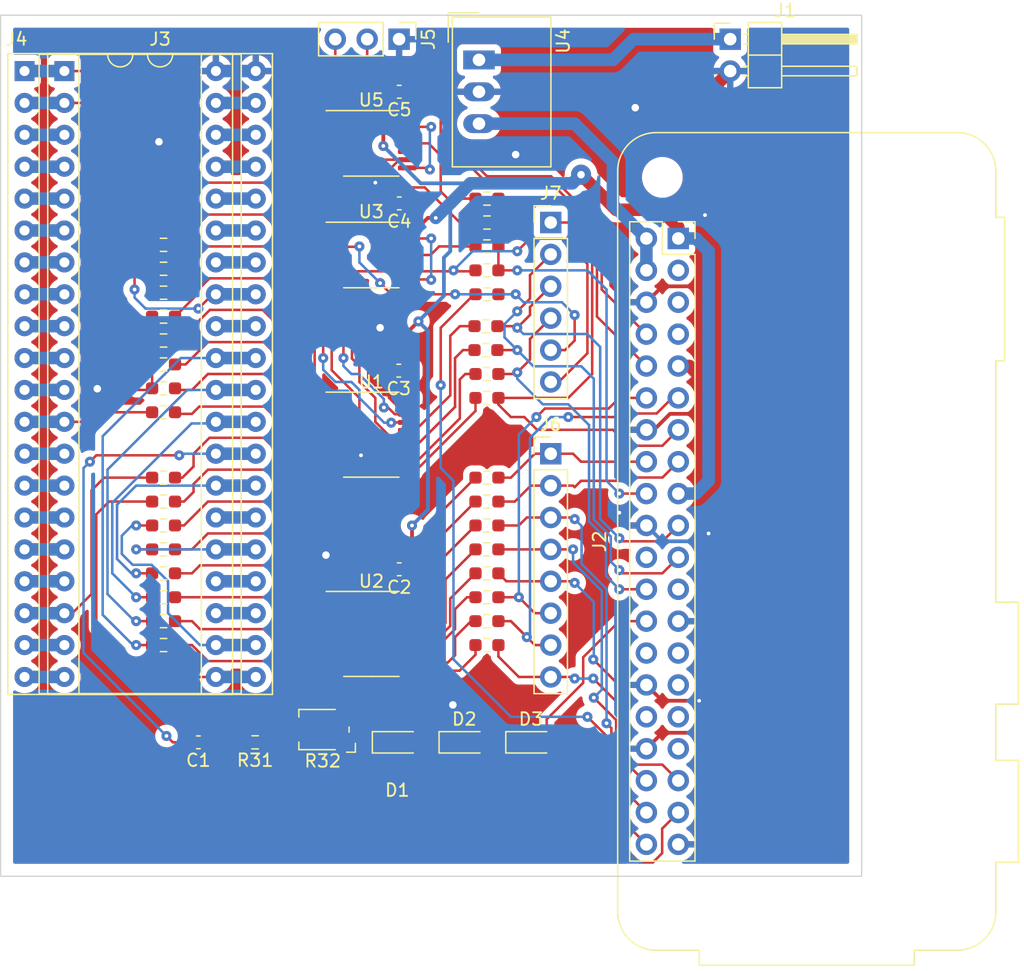
<source format=kicad_pcb>
(kicad_pcb (version 20221018) (generator pcbnew)
  (title_block (title "HD-Speccys") (date "2023-05-15") (rev "1A") (company "RA Sewell"))
  (layers (0 "F.Cu" signal) (31 "B.Cu" signal) (34 "B.Paste" user) (35 "F.Paste" user) (36 "B.SilkS" user "B.Silkscreen") (37 "F.SilkS" user "F.Silkscreen") (38 "B.Mask" user) (39 "F.Mask" user) (44 "Edge.Cuts" user))
  (net 0 "")
  (net 1 "Net-(C1-Pad1)")
  (net 2 "Net-(D1-K)")
  (net 3 "Net-(D1-A)")
  (net 4 "Net-(D2-A)")
  (net 5 "Net-(D3-A)")
  (net 6 "VDDA")
  (net 7 "VDD")
  (net 8 "GND")
  (net 9 "Net-(U1-Y0)")
  (net 10 "Net-(U1-Y1)")
  (net 11 "Net-(U1-Y2)")
  (net 12 "Net-(U1-Y3)")
  (net 13 "Net-(U1-Y4)")
  (net 14 "Net-(U1-Y5)")
  (net 15 "Net-(U1-Y6)")
  (net 16 "Net-(U1-Y7)")
  (net 17 "Net-(U1-A0)")
  (net 18 "Net-(U1-A1)")
  (net 19 "Net-(U1-A2)")
  (net 20 "Net-(U1-A3)")
  (net 21 "Net-(U1-A4)")
  (net 22 "Net-(U1-A5)")
  (net 23 "Net-(U1-A6)")
  (net 24 "Net-(U1-A7)")
  (net 25 "Net-(U5-Pad3)")
  (net 26 "Net-(U5-Pad12)")
  (net 27 "Net-(J3-MIC_TAPE)")
  (net 28 "Net-(J1-VCC)")
  (net 32 "Net-(J2-SD6_(TXD0))")
  (net 33 "Net-(J2-SD7_(RXD0))")
  (net 34 "Net-(J2-SD9)")
  (net 35 "Net-(J2-SD10)")
  (net 36 "Net-(J2-GPIO27)")
  (net 37 "Net-(J2-SD14)")
  (net 38 "Net-(J2-SD15)")
  (net 39 "Net-(J2-SD16_(DREQ))")
  (net 40 "Net-(J2-SD2)")
  (net 41 "Net-(J2-SD1)")
  (net 44 "Net-(J2-SD0)")
  (net 51 "Net-(J2-SD11)")
  (net 52 "Net-(J2-SD8)")
  (net 53 "Net-(J2-GPIO26)")
  (net 54 "Net-(J2-SD12)")
  (net 55 "Net-(J2-SD13)")
  (net 56 "Net-(J3-{slash}CAS)")
  (net 57 "Net-(J3-{slash}WR)")
  (net 58 "Net-(J3-{slash}RD)")
  (net 59 "Net-(J3-{slash}DRAMWE)")
  (net 60 "Net-(J3-A0)")
  (net 61 "Net-(J3-A1)")
  (net 62 "Net-(J3-A2)")
  (net 63 "Net-(J3-A3)")
  (net 64 "Net-(J3-A4)")
  (net 65 "Net-(J3-A5)")
  (net 66 "Net-(J3-A6)")
  (net 67 "Net-(J3-{slash}INT)")
  (net 68 "Net-(J3-VCC_2)")
  (net 69 "Net-(J3-VCC_1)")
  (net 70 "Net-(J3-U)")
  (net 71 "Net-(J3-V)")
  (net 72 "Net-(J3-Y)")
  (net 73 "Net-(J3-D0)")
  (net 74 "Net-(J3-KB0)")
  (net 75 "Net-(J3-KB1)")
  (net 76 "Net-(J3-D1)")
  (net 77 "Net-(J3-D2)")
  (net 78 "Net-(J3-KB2)")
  (net 79 "Net-(J3-KB3)")
  (net 80 "Net-(J3-D3)")
  (net 81 "Net-(J3-KB4)")
  (net 82 "Net-(J3-D4)")
  (net 83 "Net-(J3-D5)")
  (net 84 "Net-(J3-D6)")
  (net 85 "Net-(J3-D7)")
  (net 86 "Net-(J3-{slash}CPU)")
  (net 87 "Net-(J3-{slash}IOREQ)")
  (net 88 "Net-(J3-{slash}ROMCS)")
  (net 89 "Net-(J3-{slash}RAS)")
  (net 90 "Net-(J3-A14)")
  (net 91 "Net-(J3-A15)")
  (net 92 "Net-(J3-{slash}MREQ)")
  (net 93 "Net-(J3-OSC)")
  (net 94 "Net-(J7-Pin_5)")
  (net 95 "Net-(J7-Pin_6)")
  (net 96 "Net-(U2-A0)")
  (net 97 "Net-(U2-A1)")
  (net 98 "Net-(U2-A2)")
  (net 99 "Net-(U2-A3)")
  (net 100 "Net-(U2-A4)")
  (net 101 "Net-(U2-A5)")
  (net 102 "Net-(U2-A6)")
  (net 103 "Net-(U2-A7)")
  (net 104 "Net-(U2-Y0)")
  (net 105 "Net-(U2-Y1)")
  (net 106 "Net-(U2-Y2)")
  (net 107 "Net-(U2-Y3)")
  (net 108 "Net-(U2-Y4)")
  (net 109 "Net-(U2-Y5)")
  (net 110 "Net-(U2-Y6)")
  (net 111 "Net-(U2-Y7)")
  (net 112 "Net-(R31-Pad1)")
  (net 113 "Net-(R33-Pad2)")
  (net 114 "Net-(R34-Pad2)")
  (net 115 "Net-(R35-Pad2)")
  (net 116 "Net-(U3-Pad12)")
  (footprint "Resistor_SMD:R_0603_1608Metric_Pad0.98x0.95mm_HandSolder" (layer "F.Cu") (at 76.4775 84.455 180)
    (fp_text reference "R14" hide)
    (fp_text value "R" hide)
  )
  (footprint "Resistor_SMD:R_0603_1608Metric_Pad0.98x0.95mm_HandSolder" (layer "F.Cu") (at 76.4775 78.74 180)
    (fp_text reference "R11" hide)
    (fp_text value "R" hide)
  )
  (footprint "Package_SO:TSSOP-14_4.4x5mm_P0.65mm" (layer "F.Cu") (at 93.0225 57.195)
    (fp_text reference "U3")
    (fp_text value "74HC00")
  )
  (footprint "Resistor_SMD:R_0603_1608Metric_Pad0.98x0.95mm_HandSolder" (layer "F.Cu") (at 76.4775 56.388 180)
    (fp_text reference "R1" hide)
    (fp_text value "R" hide)
  )
  (footprint "Capacitor_SMD:C_0603_1608Metric_Pad1.08x0.95mm_HandSolder" (layer "F.Cu") (at 95.25 44.196 180)
    (fp_text reference "C5")
    (fp_text value "C" hide)
  )
  (footprint "Resistor_SMD:R_0603_1608Metric_Pad0.98x0.95mm_HandSolder" (layer "F.Cu") (at 102.235 78.74 180)
    (fp_text reference "R23" hide)
    (fp_text value "R" hide)
  )
  (footprint "Connector_PinHeader_2.54mm:PinHeader_1x02_P2.54mm_Horizontal" (layer "F.Cu") (at 121.609 40.005)
    (fp_text reference "J1")
    (fp_text value "POWER 9-20VDC")
  )
  (footprint "Resistor_SMD:R_0603_1608Metric_Pad0.98x0.95mm_HandSolder" (layer "F.Cu") (at 102.155 62.865 180)
    (fp_text reference "R17" hide)
    (fp_text value "R" hide)
  )
  (footprint "Module:Raspberry_Pi_Zero_Socketed_THT_FaceDown_MountingHoles" (layer "F.Cu") (at 117.475 55.88)
    (fp_text reference "J2")
    (fp_text value "PI_ZERO_2x20")
  )
  (footprint "Resistor_SMD:R_0603_1608Metric_Pad0.98x0.95mm_HandSolder" (layer "F.Cu") (at 102.235 88.265 180)
    (fp_text reference "R28" hide)
    (fp_text value "R" hide)
  )
  (footprint "Resistor_SMD:R_0603_1608Metric_Pad0.98x0.95mm_HandSolder" (layer "F.Cu") (at 76.4775 67.818 180)
    (fp_text reference "R7" hide)
    (fp_text value "R" hide)
  )
  (footprint "Package_SO:TSSOP-20_4.4x6.5mm_P0.65mm" (layer "F.Cu") (at 93.0325 87.38)
    (fp_text reference "U2")
    (fp_text value "74LS541")
  )
  (footprint "Capacitor_SMD:C_0603_1608Metric_Pad1.08x0.95mm_HandSolder" (layer "F.Cu") (at 95.25 53.086 180)
    (fp_text reference "C4")
    (fp_text value "C" hide)
  )
  (footprint "Resistor_SMD:R_0603_1608Metric_Pad0.98x0.95mm_HandSolder" (layer "F.Cu") (at 102.235 82.55 180)
    (fp_text reference "R25" hide)
    (fp_text value "R" hide)
  )
  (footprint "Resistor_SMD:R_0603_1608Metric_Pad0.98x0.95mm_HandSolder" (layer "F.Cu") (at 76.4775 69.723 180)
    (fp_text reference "R8" hide)
    (fp_text value "R" hide)
  )
  (footprint "Capacitor_SMD:C_0603_1608Metric_Pad1.08x0.95mm_HandSolder" (layer "F.Cu") (at 95.21 66.41 180)
    (fp_text reference "C3")
    (fp_text value "C" hide)
  )
  (footprint "Package_SO:TSSOP-20_4.4x6.5mm_P0.65mm" (layer "F.Cu") (at 93.0225 71.505)
    (fp_text reference "U1")
    (fp_text value "74LS541")
  )
  (footprint "Resistor_SMD:R_0603_1608Metric_Pad0.98x0.95mm_HandSolder" (layer "F.Cu") (at 102.235 56.515 180)
    (fp_text reference "R33" hide)
    (fp_text value "R" hide)
  )
  (footprint "Capacitor_SMD:C_0603_1608Metric_Pad1.08x0.95mm_HandSolder" (layer "F.Cu") (at 79.248 96.012 180)
    (fp_text reference "C1")
    (fp_text value "100nF" hide)
  )
  (footprint "Resistor_SMD:R_0603_1608Metric_Pad0.98x0.95mm_HandSolder" (layer "F.Cu") (at 102.235 58.42 180)
    (fp_text reference "R30" hide)
    (fp_text value "R" hide)
  )
  (footprint "Resistor_SMD:R_0603_1608Metric_Pad0.98x0.95mm_HandSolder" (layer "F.Cu") (at 102.235 76.835 180)
    (fp_text reference "R22" hide)
    (fp_text value "R" hide)
  )
  (footprint "Resistor_SMD:R_0603_1608Metric_Pad0.98x0.95mm_HandSolder" (layer "F.Cu") (at 76.4775 64.008 180)
    (fp_text reference "R5" hide)
    (fp_text value "R" hide)
  )
  (footprint "Diode_SMD:D_SOD-323_HandSoldering" (layer "F.Cu") (at 100.4305 96.012)
    (fp_text reference "D2")
    (fp_text value "1N4148" hide)
  )
  (footprint "Resistor_SMD:R_0603_1608Metric_Pad0.98x0.95mm_HandSolder" (layer "F.Cu") (at 76.4775 76.835 180)
    (fp_text reference "R10" hide)
    (fp_text value "R" hide)
  )
  (footprint "Resistor_SMD:R_0603_1608Metric_Pad0.98x0.95mm_HandSolder" (layer "F.Cu") (at 76.4775 80.645 180)
    (fp_text reference "R12" hide)
    (fp_text value "R" hide)
  )
  (footprint "Resistor_SMD:R_0603_1608Metric_Pad0.98x0.95mm_HandSolder" (layer "F.Cu") (at 102.235 80.645 180)
    (fp_text reference "R24" hide)
    (fp_text value "R" hide)
  )
  (footprint "Resistor_SMD:R_0603_1608Metric_Pad0.98x0.95mm_HandSolder" (layer "F.Cu") (at 102.235 68.58 180)
    (fp_text reference "R20" hide)
    (fp_text value "R" hide)
  )
  (footprint "Package_DIP:DIP-40_W15.24mm_Socket" (layer "F.Cu") (at 68.58 42.545)
    (fp_text reference "J3")
    (fp_text value "ULA_SOCKET_02x20")
  )
  (footprint "Converter_DCDC:Converter_DCDC_TRACO_TSR-1_THT" (layer "F.Cu") (at 101.6 41.656 -90)
    (fp_text reference "U4")
    (fp_text value "TSR_1-2450")
  )
  (footprint "Resistor_SMD:R_0603_1608Metric_Pad0.98x0.95mm_HandSolder" (layer "F.Cu") (at 76.4775 88.265 180)
    (fp_text reference "R16" hide)
    (fp_text value "R" hide)
  )
  (footprint "Resistor_SMD:R_0603_1608Metric_Pad0.98x0.95mm_HandSolder" (layer "F.Cu") (at 102.235 60.325)
    (fp_text reference "R29" hide)
    (fp_text value "R" hide)
  )
  (footprint "Connector_PinHeader_2.54mm:PinHeader_1x06_P2.54mm_Vertical" (layer "F.Cu") (at 107.315 54.61)
    (fp_text reference "J7")
    (fp_text value "Debug_Ctrl" hide)
  )
  (footprint "Capacitor_SMD:C_0603_1608Metric_Pad1.08x0.95mm_HandSolder" (layer "F.Cu") (at 95.25 82.23 180)
    (fp_text reference "C2")
    (fp_text value "C" hide)
  )
  (footprint "Resistor_SMD:R_0603_1608Metric_Pad0.98x0.95mm_HandSolder" (layer "F.Cu") (at 76.4775 74.93 180)
    (fp_text reference "R9" hide)
    (fp_text value "R" hide)
  )
  (footprint "Resistor_SMD:R_0603_1608Metric_Pad0.98x0.95mm_HandSolder" (layer "F.Cu") (at 102.235 74.93 180)
    (fp_text reference "R21" hide)
    (fp_text value "R" hide)
  )
  (footprint "Resistor_SMD:R_0603_1608Metric_Pad0.98x0.95mm_HandSolder" (layer "F.Cu") (at 102.155 64.77 180)
    (fp_text reference "R18" hide)
    (fp_text value "R" hide)
  )
  (footprint "Diode_SMD:D_SOD-323_HandSoldering" (layer "F.Cu") (at 105.7445 96.012)
    (fp_text reference "D3")
    (fp_text value "1N4148" hide)
  )
  (footprint "Resistor_SMD:R_0603_1608Metric_Pad0.98x0.95mm_HandSolder" (layer "F.Cu") (at 76.4775 58.293 180)
    (fp_text reference "R2" hide)
    (fp_text value "R" hide)
  )
  (footprint "Package_SO:TSSOP-14_4.4x5mm_P0.65mm" (layer "F.Cu") (at 93.0225 48.305)
    (fp_text reference "U5")
    (fp_text value "74HC00")
  )
  (footprint "Package_DIP:DIP-40_W15.24mm_Socket" (layer "F.Cu") (at 65.405 42.545)
    (fp_text reference "J4")
    (fp_text value "ULA_ZX_02x20")
  )
  (footprint "Connector_PinHeader_2.54mm:PinHeader_1x08_P2.54mm_Vertical" (layer "F.Cu") (at 107.315 73.025)
    (fp_text reference "J6")
    (fp_text value "Debug_Data" hide)
  )
  (footprint "Potentiometer_SMD:Potentiometer_Bourns_TC33X_Vertical" (layer "F.Cu") (at 89.154 94.996 180)
    (fp_text reference "R32")
    (fp_text value "1k" hide)
  )
  (footprint "Resistor_SMD:R_0603_1608Metric_Pad0.98x0.95mm_HandSolder" (layer "F.Cu") (at 102.235 84.455 180)
    (fp_text reference "R26" hide)
    (fp_text value "R" hide)
  )
  (footprint "Resistor_SMD:R_0603_1608Metric_Pad0.98x0.95mm_HandSolder" (layer "F.Cu") (at 102.235 86.36 180)
    (fp_text reference "R27" hide)
    (fp_text value "R" hide)
  )
  (footprint "Resistor_SMD:R_0603_1608Metric_Pad0.98x0.95mm_HandSolder" (layer "F.Cu") (at 83.77 96.012 180)
    (fp_text reference "R31")
    (fp_text value "R" hide)
  )
  (footprint "Resistor_SMD:R_0603_1608Metric_Pad0.98x0.95mm_HandSolder" (layer "F.Cu") (at 76.4775 65.913 180)
    (fp_text reference "R6" hide)
    (fp_text value "R" hide)
  )
  (footprint "Resistor_SMD:R_0603_1608Metric_Pad0.98x0.95mm_HandSolder" (layer "F.Cu") (at 102.235 66.675 180)
    (fp_text reference "R19" hide)
    (fp_text value "R" hide)
  )
  (footprint "Resistor_SMD:R_0603_1608Metric_Pad0.98x0.95mm_HandSolder" (layer "F.Cu") (at 102.235 52.705 180)
    (fp_text reference "R35" hide)
    (fp_text value "R" hide)
  )
  (footprint "Diode_SMD:D_SOD-323_HandSoldering" (layer "F.Cu") (at 95.1165 96.012)
    (fp_text reference "D1")
    (fp_text value "1N4148" hide)
  )
  (footprint "Resistor_SMD:R_0603_1608Metric_Pad0.98x0.95mm_HandSolder" (layer "F.Cu") (at 76.4775 82.55 180)
    (fp_text reference "R13" hide)
    (fp_text value "R" hide)
  )
  (footprint "Resistor_SMD:R_0603_1608Metric_Pad0.98x0.95mm_HandSolder" (layer "F.Cu") (at 102.235 54.61 180)
    (fp_text reference "R34" hide)
    (fp_text value "R" hide)
  )
  (footprint "Resistor_SMD:R_0603_1608Metric_Pad0.98x0.95mm_HandSolder" (layer "F.Cu") (at 76.4775 86.36 180)
    (fp_text reference "R15" hide)
    (fp_text value "R" hide)
  )
  (footprint "Resistor_SMD:R_0603_1608Metric_Pad0.98x0.95mm_HandSolder" (layer "F.Cu") (at 76.4775 62.103 180)
    (fp_text reference "R4" hide)
    (fp_text value "R" hide)
  )
  (footprint "Resistor_SMD:R_0603_1608Metric_Pad0.98x0.95mm_HandSolder" (layer "F.Cu") (at 76.4775 60.198 180)
    (fp_text reference "R3" hide)
    (fp_text value "R" hide)
  )
  (footprint "Connector_PinHeader_2.54mm:PinHeader_1x03_P2.54mm_Vertical" (layer "F.Cu") (at 95.235 40.005 -90)
    (fp_text reference "J5")
    (fp_text value "UART")
  )
  (gr_rect (start 63.5 38.1) (end 132.08 106.68) (stroke (width 0.1)) (fill none) (layer "Edge.Cuts"))
  (segment (start 80.1105 96.012) (end 82.8575 96.012) (width 0.2) (layer "F.Cu") (net 1))
  (segment (start 90.97 96.012) (end 93.8665 96.012) (width 0.2) (layer "F.Cu") (net 2))
  (segment (start 90.954 95.996) (end 90.97 96.012) (width 0.2) (layer "F.Cu") (net 2))
  (segment (start 96.3665 96.012) (end 99.1805 96.012) (width 0.2) (layer "F.Cu") (net 3))
  (segment (start 101.6805 96.012) (end 104.4945 96.012) (width 0.2) (layer "F.Cu") (net 4))
  (segment (start 114.935 86.36) (end 112.776 86.36) (width 0.2) (layer "F.Cu") (net 5))
  (segment (start 106.9945 94.1735) (end 109.9 91.268) (width 0.2) (layer "F.Cu") (net 5))
  (segment (start 109.9 89.236) (end 112.776 86.36) (width 0.2) (layer "F.Cu") (net 5))
  (segment (start 106.9945 96.012) (end 106.9945 94.1735) (width 0.2) (layer "F.Cu") (net 5))
  (segment (start 109.9 91.268) (end 109.9 89.236) (width 0.2) (layer "F.Cu") (net 5))
  (segment (start 97.520536 54.244464) (end 96.52 55.245) (width 0.3) (layer "F.Cu") (net 6))
  (segment (start 95.895 84.455) (end 95.895 82.405) (width 0.3) (layer "F.Cu") (net 6))
  (segment (start 96.266 78.74) (end 96.266 82.0765) (width 0.3) (layer "F.Cu") (net 6))
  (segment (start 95.885 46.355) (end 95.885 44.4235) (width 0.3) (layer "F.Cu") (net 6))
  (segment (start 117.475 54.991) (end 116.078 53.594) (width 1) (layer "F.Cu") (net 6))
  (segment (start 95.885 53.3135) (end 96.1125 53.086) (width 0.3) (layer "F.Cu") (net 6))
  (segment (start 95.885 66.5975) (end 96.0725 66.41) (width 0.3) (layer "F.Cu") (net 6))
  (segment (start 94.361 46.355) (end 95.885 46.355) (width 0.3) (layer "F.Cu") (net 6))
  (segment (start 95.885 68.58) (end 95.885 66.5975) (width 0.3) (layer "F.Cu") (net 6))
  (segment (start 112.522 53.594) (end 116.078 53.594) (width 1) (layer "F.Cu") (net 6))
  (segment (start 96.266 82.0765) (end 96.1125 82.23) (width 0.3) (layer "F.Cu") (net 6))
  (segment (start 112.522 53.594) (end 109.728 50.8) (width 1) (layer "F.Cu") (net 6))
  (segment (start 95.885 44.4235) (end 96.1125 44.196) (width 0.3) (layer "F.Cu") (net 6))
  (segment (start 93.98 46.736) (end 94.361 46.355) (width 0.3) (layer "F.Cu") (net 6))
  (segment (start 117.475 55.88) (end 117.475 54.991) (width 1) (layer "F.Cu") (net 6))
  (segment (start 96.52 55.245) (end 95.885 55.245) (width 0.3) (layer "F.Cu") (net 6))
  (segment (start 96.774 62.484) (end 96.0725 63.1855) (width 0.3) (layer "F.Cu") (net 6))
  (segment (start 95.895 82.405) (end 96.07 82.23) (width 0.3) (layer "F.Cu") (net 6))
  (segment (start 93.98 48.514) (end 93.98 46.736) (width 0.3) (layer "F.Cu") (net 6))
  (segment (start 96.0725 63.1855) (end 96.0725 66.41) (width 0.3) (layer "F.Cu") (net 6))
  (segment (start 98.155536 54.244464) (end 97.520536 54.244464) (width 0.3) (layer "F.Cu") (net 6))
  (segment (start 95.885 55.245) (end 95.885 53.3135) (width 0.3) (layer "F.Cu") (net 6))
  (via (at 96.266 78.74) (size 0.8) (drill 0.3) (layers "F.Cu" "B.Cu") (net 6))
  (via (at 109.728 50.8) (size 1.6) (drill 0.6) (layers "F.Cu" "B.Cu") (net 6))
  (via (at 93.98 48.514) (size 0.8) (drill 0.3) (layers "F.Cu" "B.Cu") (net 6))
  (via (at 98.155536 54.244464) (size 0.8) (drill 0.3) (layers "F.Cu" "B.Cu") (net 6))
  (via (at 96.774 62.484) (size 0.8) (drill 0.3) (layers "F.Cu" "B.Cu") (net 6))
  (segment (start 119.888 56.896) (end 119.888 75.184) (width 1) (layer "B.Cu") (net 6))
  (segment (start 98.806 60.452) (end 96.774 62.484) (width 0.3) (layer "B.Cu") (net 6))
  (segment (start 109.728 50.8) (end 109.04027 51.48773) (width 1) (layer "B.Cu") (net 6))
  (segment (start 101.346 51.48773) (end 96.95373 51.48773) (width 0.3) (layer "B.Cu") (net 6))
  (segment (start 96.95373 51.48773) (end 93.98 48.514) (width 0.3) (layer "B.Cu") (net 6))
  (segment (start 109.04027 51.48773) (end 100.91227 51.48773) (width 1) (layer "B.Cu") (net 6))
  (segment (start 118.872 55.88) (end 119.888 56.896) (width 1) (layer "B.Cu") (net 6))
  (segment (start 117.475 55.88) (end 118.872 55.88) (width 1) (layer "B.Cu") (net 6))
  (segment (start 96.266 78.74) (end 97.536 77.47) (width 0.3) (layer "B.Cu") (net 6))
  (segment (start 97.536 77.47) (end 97.536 63.246) (width 0.3) (layer "B.Cu") (net 6))
  (segment (start 97.536 63.246) (end 96.774 62.484) (width 0.3) (layer "B.Cu") (net 6))
  (segment (start 99.314 53.086) (end 99.314 56.896) (width 0.3) (layer "B.Cu") (net 6))
  (segment (start 119.888 75.184) (end 118.872 76.2) (width 1) (layer "B.Cu") (net 6))
  (segment (start 118.872 76.2) (end 117.475 76.2) (width 1) (layer "B.Cu") (net 6))
  (segment (start 98.806 57.404) (end 98.806 60.452) (width 0.3) (layer "B.Cu") (net 6))
  (segment (start 99.314 56.896) (end 98.806 57.404) (width 0.3) (layer "B.Cu") (net 6))
  (segment (start 99.314 53.086) (end 98.155536 54.244464) (width 1) (layer "B.Cu") (net 6))
  (segment (start 100.91227 51.48773) (end 99.314 53.086) (width 1) (layer "B.Cu") (net 6))
  (segment (start 112.268 49.784) (end 112.268 53.213) (width 1) (layer "B.Cu") (net 7))
  (segment (start 109.22 46.736) (end 112.268 49.784) (width 1) (layer "B.Cu") (net 7))
  (segment (start 114.935 58.039) (end 114.554 58.42) (width 1) (layer "B.Cu") (net 7))
  (segment (start 112.268 53.213) (end 114.935 55.88) (width 1) (layer "B.Cu") (net 7))
  (segment (start 101.6 46.736) (end 109.22 46.736) (width 1) (layer "B.Cu") (net 7))
  (segment (start 114.935 55.88) (end 114.935 58.039) (width 1) (layer "B.Cu") (net 7))
  (segment (start 116.195 92.7) (end 114.935 91.44) (width 0.3) (layer "F.Cu") (net 8))
  (segment (start 119.888 67.564) (end 118.364 66.04) (width 1) (layer "F.Cu") (net 8))
  (segment (start 92.202 73.152) (end 91.44 72.39) (width 0.3) (layer "F.Cu") (net 8))
  (segment (start 118.62 59.69) (end 116.205 59.69) (width 0.3) (layer "F.Cu") (net 8))
  (segment (start 93.726 62.992) (end 93.726 61.722) (width 0.3) (layer "F.Cu") (net 8))
  (segment (start 119.38 92.944) (end 119.136 92.7) (width 0.3) (layer "F.Cu") (net 8))
  (segment (start 114.046 45.466) (end 118.688 45.466) (width 1) (layer "F.Cu") (net 8))
  (segment (start 118.364 66.04) (end 117.475 66.04) (width 1) (layer "F.Cu") (net 8))
  (segment (start 94.3875 84.7355) (end 94.3875 82.23) (width 0.3) (layer "F.Cu") (net 8))
  (segment (start 119.6 58.71) (end 118.62 59.69) (width 0.3) (layer "F.Cu") (net 8))
  (segment (start 95.885 69.23) (end 95.161104 69.23) (width 0.3) (layer "F.Cu") (net 8))
  (segment (start 115.543112 71.12) (end 116.813112 69.85) (width 0.3) (layer "F.Cu") (net 8))
  (segment (start 94.3875 53.086) (end 94.3875 52.4775) (width 0.3) (layer "F.Cu") (net 8))
  (segment (start 90.17 76.708) (end 90.17 74.44) (width 0.3) (layer "F.Cu") (net 8))
  (segment (start 114.046 45.466) (end 110.934 45.466) (width 1) (layer "F.Cu") (net 8))
  (segment (start 119.126 95.25) (end 119.38 94.996) (width 0.3) (layer "F.Cu") (net 8))
  (segment (start 114.935 96.52) (end 116.205 95.25) (width 0.3) (layer "F.Cu") (net 8))
  (segment (start 118.618 69.85) (end 119.888 68.58) (width 0.3) (layer "F.Cu") (net 8))
  (segment (start 119.6 54.02) (end 119.6 58.71) (width 0.3) (layer "F.Cu") (net 8))
  (segment (start 94.3475 66.41) (end 93.726 65.7885) (width 0.3) (layer "F.Cu") (net 8))
  (segment (start 95.161104 69.23) (end 94.488 68.556896) (width 0.3) (layer "F.Cu") (net 8))
  (segment (start 89.41 77.468) (end 90.17 76.708) (width 0.3) (layer "F.Cu") (net 8))
  (segment (start 91.44 72.39) (end 91.44 69.164388) (width 0.3) (layer "F.Cu") (net 8))
  (segment (start 91.44 69.164388) (end 90.855612 68.58) (width 0.3) (layer "F.Cu") (net 8))
  (segment (start 119.38 94.996) (end 119.38 92.944) (width 0.3) (layer "F.Cu") (net 8))
  (segment (start 119.888 68.58) (end 119.888 67.564) (width 1) (layer "F.Cu") (net 8))
  (segment (start 91.149 59.145) (end 90.16 59.145) (width 0.3) (layer "F.Cu") (net 8))
  (segment (start 93.345 51.435) (end 92.165 50.255) (width 0.3) (layer "F.Cu") (net 8))
  (segment (start 90.17 84.455) (end 90.17 81.86) (width 0.3) (layer "F.Cu") (net 8))
  (segment (start 90.17 81.86) (end 89.41 81.1) (width 0.3) (layer "F.Cu") (net 8))
  (segment (start 95.895 85.105) (end 94.757 85.105) (width 0.3) (layer "F.Cu") (net 8))
  (segment (start 119.136 92.7) (end 116.195 92.7) (width 0.3) (layer "F.Cu") (net 8))
  (segment (start 90.17 74.44) (end 90.16 74.43) (width 0.3) (layer "F.Cu") (net 8))
  (segment (start 116.205 95.25) (end 119.126 95.25) (width 0.3) (layer "F.Cu") (net 8))
  (segment (start 90.855612 68.58) (end 90.16 68.58) (width 0.3) (layer "F.Cu") (net 8))
  (segment (start 94.757 85.105) (end 94.3875 84.7355) (width 0.3) (layer "F.Cu") (net 8))
  (segment (start 92.165 50.255) (end 90.16 50.255) (width 0.3) (layer "F.Cu") (net 8))
  (segment (start 94.488 66.5505) (end 94.3475 66.41) (width 0.3) (layer "F.Cu") (net 8))
  (segment (start 110.934 45.466) (end 107.2 49.2) (width 1) (layer "F.Cu") (net 8))
  (segment (start 93.726 65.7885) (end 93.726 62.992) (width 0.3) (layer "F.Cu") (net 8))
  (segment (start 107.2 49.2) (end 104.52 49.2) (width 1) (layer "F.Cu") (net 8))
  (segment (start 89.41 81.1) (end 89.41 77.468) (width 0.3) (layer "F.Cu") (net 8))
  (segment (start 118.688 45.466) (end 121.609 42.545) (width 1) (layer "F.Cu") (net 8))
  (segment (start 119.888 79.375) (end 119.888 68.58) (width 1) (layer "F.Cu") (net 8))
  (segment (start 93.726 61.722) (end 91.149 59.145) (width 0.3) (layer "F.Cu") (net 8))
  (segment (start 114.935 71.12) (end 115.543112 71.12) (width 0.3) (layer "F.Cu") (net 8))
  (segment (start 116.813112 69.85) (end 118.618 69.85) (width 0.3) (layer "F.Cu") (net 8))
  (segment (start 94.3875 52.4775) (end 93.345 51.435) (width 0.3) (layer "F.Cu") (net 8))
  (segment (start 94.488 68.556896) (end 94.488 66.5505) (width 0.3) (layer "F.Cu") (net 8))
  (segment (start 116.205 59.69) (end 114.935 60.96) (width 0.3) (layer "F.Cu") (net 8))
  (via (at 76.11 48.18) (size 1.6) (drill 0.6) (layers "F.Cu" "B.Cu") (net 8))
  (via (at 104.52 49.2) (size 1.6) (drill 0.6) (layers "F.Cu" "B.Cu") (net 8))
  (via (at 93.345 51.435) (size 0.8) (drill 0.3) (layers "F.Cu" "B.Cu") (net 8))
  (via (at 119.6 54.02) (size 0.8) (drill 0.3) (layers "F.Cu" "B.Cu") (net 8))
  (via (at 89.41 81.1) (size 1.6) (drill 0.6) (layers "F.Cu" "B.Cu") (net 8))
  (via (at 119.136 92.7) (size 0.8) (drill 0.3) (layers "F.Cu" "B.Cu") (net 8))
  (via (at 119.888 79.375) (size 0.8) (drill 0.3) (layers "F.Cu" "B.Cu") (net 8))
  (via (at 114.046 45.466) (size 1.6) (drill 0.6) (layers "F.Cu" "B.Cu") (net 8))
  (via (at 71.2 67.85) (size 1.6) (drill 0.6) (layers "F.Cu" "B.Cu") (net 8))
  (via (at 92.202 73.152) (size 0.8) (drill 0.3) (layers "F.Cu" "B.Cu") (net 8))
  (via (at 99.52 93.03) (size 1.6) (drill 0.6) (layers "F.Cu" "B.Cu") (net 8))
  (via (at 93.726 62.992) (size 1.6) (drill 0.6) (layers "F.Cu" "B.Cu") (net 8))
  (via (at 112.776 77.724) (size 0.8) (drill 0.3) (layers "F.Cu" "B.Cu") (net 8))
  (segment (start 119.888 79.375) (end 119.263 80) (width 0.3) (layer "B.Cu") (net 8))
  (segment (start 80.645 42.545) (end 83.82 42.545) (width 1) (layer "B.Cu") (net 8))
  (segment (start 119.263 80) (end 116.195 80) (width 0.3) (layer "B.Cu") (net 8))
  (segment (start 116.195 80) (end 114.935 78.74) (width 0.3) (layer "B.Cu") (net 8))
  (segment (start 90.805 65.405) (end 90.805 64.135) (width 0.2) (layer "F.Cu") (net 9))
  (segment (start 94.355712 69.342) (end 94.893712 69.88) (width 0.2) (layer "F.Cu") (net 9))
  (segment (start 88.01 58.04) (end 88.9 57.15) (width 0.2) (layer "F.Cu") (net 9))
  (segment (start 94.0245 69.342) (end 94.355712 69.342) (width 0.2) (layer "F.Cu") (net 9))
  (segment (start 88.01 61.34) (end 88.01 58.04) (width 0.2) (layer "F.Cu") (net 9))
  (segment (start 94.893712 69.88) (end 95.885 69.88) (width 0.2) (layer "F.Cu") (net 9))
  (segment (start 88.945 57.195) (end 90.16 57.195) (width 0.2) (layer "F.Cu") (net 9))
  (segment (start 90.805 64.135) (end 88.01 61.34) (width 0.2) (layer "F.Cu") (net 9))
  (segment (start 88.9 57.15) (end 88.945 57.195) (width 0.2) (layer "F.Cu") (net 9))
  (via (at 90.805 65.405) (size 0.8) (drill 0.3) (layers "F.Cu" "B.Cu") (net 9))
  (via (at 94.0245 69.342) (size 0.8) (drill 0.3) (layers "F.Cu" "B.Cu") (net 9))
  (segment (start 91.44 66.675) (end 90.805 66.04) (width 0.2) (layer "B.Cu") (net 9))
  (segment (start 94.0245 69.342) (end 94.0245 68.6715) (width 0.2) (layer "B.Cu") (net 9))
  (segment (start 92.028 66.675) (end 91.44 66.675) (width 0.2) (layer "B.Cu") (net 9))
  (segment (start 90.805 66.04) (end 90.805 65.405) (width 0.2) (layer "B.Cu") (net 9))
  (segment (start 94.0245 68.6715) (end 92.028 66.675) (width 0.2) (layer "B.Cu") (net 9))
  (segment (start 94.615 70.485) (end 94.615 70.54586) (width 0.2) (layer "F.Cu") (net 10))
  (segment (start 94.615 70.54586) (end 94.606453 70.554407) (width 0.2) (layer "F.Cu") (net 10))
  (segment (start 87.245 62.075643) (end 87.245 56.515) (width 0.2) (layer "F.Cu") (net 10))
  (segment (start 95.885 70.53) (end 94.66 70.53) (width 0.2) (layer "F.Cu") (net 10))
  (segment (start 88.515 55.245) (end 90.16 55.245) (width 0.2) (layer "F.Cu") (net 10))
  (segment (start 87.245 56.515) (end 88.515 55.245) (width 0.2) (layer "F.Cu") (net 10))
  (segment (start 89.1915 64.022143) (end 87.245 62.075643) (width 0.2) (layer "F.Cu") (net 10))
  (segment (start 89.1915 65.405) (end 89.1915 64.022143) (width 0.2) (layer "F.Cu") (net 10))
  (segment (start 94.66 70.53) (end 94.615 70.485) (width 0.2) (layer "F.Cu") (net 10))
  (via (at 94.606453 70.554407) (size 0.8) (drill 0.3) (layers "F.Cu" "B.Cu") (net 10))
  (via (at 89.1915 65.405) (size 0.8) (drill 0.3) (layers "F.Cu" "B.Cu") (net 10))
  (segment (start 89.1915 65.405) (end 89.1915 66.3315) (width 0.2) (layer "B.Cu") (net 10))
  (segment (start 92.075 67.945) (end 92.075 68.58) (width 0.2) (layer "B.Cu") (net 10))
  (segment (start 91.44 67.31) (end 92.075 67.945) (width 0.2) (layer "B.Cu") (net 10))
  (segment (start 94.049407 70.554407) (end 94.606453 70.554407) (width 0.2) (layer "B.Cu") (net 10))
  (segment (start 89.1915 66.3315) (end 90.17 67.31) (width 0.2) (layer "B.Cu") (net 10))
  (segment (start 90.17 67.31) (end 91.44 67.31) (width 0.2) (layer "B.Cu") (net 10))
  (segment (start 92.075 68.58) (end 94.049407 70.554407) (width 0.2) (layer "B.Cu") (net 10))
  (segment (start 99.315 68.374901) (end 99.315 63.631875) (width 0.2) (layer "F.Cu") (net 11))
  (segment (start 96.509901 71.18) (end 99.315 68.374901) (width 0.2) (layer "F.Cu") (net 11))
  (segment (start 100.081875 62.865) (end 101.2425 62.865) (width 0.2) (layer "F.Cu") (net 11))
  (segment (start 99.315 63.631875) (end 100.081875 62.865) (width 0.2) (layer "F.Cu") (net 11))
  (segment (start 95.885 71.18) (end 96.509901 71.18) (width 0.2) (layer "F.Cu") (net 11))
  (segment (start 91.485 64.277598) (end 88.39 61.182598) (width 0.2) (layer "F.Cu") (net 12))
  (segment (start 91.485 65.45) (end 91.485 64.277598) (width 0.2) (layer "F.Cu") (net 12))
  (segment (start 92.075 66.04) (end 91.485 65.45) (width 0.2) (layer "F.Cu") (net 12))
  (segment (start 95.185099 71.755) (end 94.615 71.755) (width 0.2) (layer "F.Cu") (net 12))
  (segment (start 94.615 71.755) (end 93.345 70.485) (width 0.2) (layer "F.Cu") (net 12))
  (segment (start 88.39 58.295) (end 88.84 57.845) (width 0.2) (layer "F.Cu") (net 12))
  (segment (start 95.260099 71.83) (end 95.185099 71.755) (width 0.2) (layer "F.Cu") (net 12))
  (segment (start 95.885 71.83) (end 95.260099 71.83) (width 0.2) (layer "F.Cu") (net 12))
  (segment (start 88.39 61.182598) (end 88.39 58.295) (width 0.2) (layer "F.Cu") (net 12))
  (segment (start 93.345 68.58) (end 92.075 67.31) (width 0.2) (layer "F.Cu") (net 12))
  (segment (start 93.345 70.485) (end 93.345 68.58) (width 0.2) (layer "F.Cu") (net 12))
  (segment (start 88.84 57.845) (end 90.16 57.845) (width 0.2) (layer "F.Cu") (net 12))
  (segment (start 92.075 67.31) (end 92.075 66.04) (width 0.2) (layer "F.Cu") (net 12))
  (segment (start 99.695 65.405) (end 100.33 64.77) (width 0.2) (layer "F.Cu") (net 13))
  (segment (start 96.509901 72.48) (end 99.695 69.294901) (width 0.2) (layer "F.Cu") (net 13))
  (segment (start 99.695 69.294901) (end 99.695 65.405) (width 0.2) (layer "F.Cu") (net 13))
  (segment (start 95.885 72.48) (end 96.509901 72.48) (width 0.2) (layer "F.Cu") (net 13))
  (segment (start 100.33 64.77) (end 101.2425 64.77) (width 0.2) (layer "F.Cu") (net 13))
  (segment (start 89.8715 66.3765) (end 89.8715 63.8365) (width 0.2) (layer "F.Cu") (net 14))
  (segment (start 95.885 73.13) (end 94.085 73.13) (width 0.2) (layer "F.Cu") (net 14))
  (segment (start 94.085 73.13) (end 92.075 71.12) (width 0.2) (layer "F.Cu") (net 14))
  (segment (start 87.63 61.595) (end 87.63 57.15) (width 0.2) (layer "F.Cu") (net 14))
  (segment (start 87.63 57.15) (end 88.885 55.895) (width 0.2) (layer "F.Cu") (net 14))
  (segment (start 92.075 68.58) (end 89.8715 66.3765) (width 0.2) (layer "F.Cu") (net 14))
  (segment (start 88.885 55.895) (end 90.16 55.895) (width 0.2) (layer "F.Cu") (net 14))
  (segment (start 89.8715 63.8365) (end 87.63 61.595) (width 0.2) (layer "F.Cu") (net 14))
  (segment (start 92.075 71.12) (end 92.075 68.58) (width 0.2) (layer "F.Cu") (net 14))
  (segment (start 95.885 73.78) (end 96.509901 73.78) (width 0.2) (layer "F.Cu") (net 15))
  (segment (start 100.075 67.10875) (end 100.50875 66.675) (width 0.2) (layer "F.Cu") (net 15))
  (segment (start 96.509901 73.78) (end 100.075 70.214901) (width 0.2) (layer "F.Cu") (net 15))
  (segment (start 100.075 70.214901) (end 100.075 67.10875) (width 0.2) (layer "F.Cu") (net 15))
  (segment (start 100.50875 66.675) (end 101.3225 66.675) (width 0.2) (layer "F.Cu") (net 15))
  (segment (start 95.885 74.43) (end 96.509901 74.43) (width 0.2) (layer "F.Cu") (net 16))
  (segment (start 96.509901 74.43) (end 101.3225 69.617401) (width 0.2) (layer "F.Cu") (net 16))
  (segment (start 101.3225 69.617401) (end 101.3225 68.58) (width 0.2) (layer "F.Cu") (net 16))
  (segment (start 77.39 56.388) (end 77.39 53.42) (width 0.2) (layer "F.Cu") (net 17))
  (segment (start 77.39 53.42) (end 79.375 51.435) (width 0.2) (layer "F.Cu") (net 17))
  (segment (start 88.512 63.880045) (end 88.512 68.573249) (width 0.2) (layer "F.Cu") (net 17))
  (segment (start 88.512 68.573249) (end 89.168751 69.23) (width 0.2) (layer "F.Cu") (net 17))
  (segment (start 86.865 62.233044) (end 88.512 63.880045) (width 0.2) (layer "F.Cu") (net 17))
  (segment (start 79.375 51.435) (end 85.09 51.435) (width 0.2) (layer "F.Cu") (net 17))
  (segment (start 89.168751 69.23) (end 90.16 69.23) (width 0.2) (layer "F.Cu") (net 17))
  (segment (start 85.09 51.435) (end 86.865 53.21) (width 0.2) (layer "F.Cu") (net 17))
  (segment (start 86.865 53.21) (end 86.865 62.233044) (width 0.2) (layer "F.Cu") (net 17))
  (segment (start 80.01 53.975) (end 84.455 53.975) (width 0.2) (layer "F.Cu") (net 18))
  (segment (start 84.455 53.975) (end 86.485 56.005) (width 0.2) (layer "F.Cu") (net 18))
  (segment (start 78.74 55.245) (end 80.01 53.975) (width 0.2) (layer "F.Cu") (net 18))
  (segment (start 88.132 69.096951) (end 88.915049 69.88) (width 0.2) (layer "F.Cu") (net 18))
  (segment (start 78.74 57.785) (end 78.74 55.245) (width 0.2) (layer "F.Cu") (net 18))
  (segment (start 88.915049 69.88) (end 90.16 69.88) (width 0.2) (layer "F.Cu") (net 18))
  (segment (start 86.485 62.390445) (end 88.132 64.037446) (width 0.2) (layer "F.Cu") (net 18))
  (segment (start 86.485 56.005) (end 86.485 62.390445) (width 0.2) (layer "F.Cu") (net 18))
  (segment (start 77.39 58.293) (end 78.232 58.293) (width 0.2) (layer "F.Cu") (net 18))
  (segment (start 88.132 64.037446) (end 88.132 69.096951) (width 0.2) (layer "F.Cu") (net 18))
  (segment (start 78.232 58.293) (end 78.74 57.785) (width 0.2) (layer "F.Cu") (net 18))
  (segment (start 86.105 57.53) (end 86.105 62.547846) (width 0.2) (layer "F.Cu") (net 19))
  (segment (start 86.105 62.547846) (end 87.752 64.194847) (width 0.2) (layer "F.Cu") (net 19))
  (segment (start 79.25 59.18) (end 79.25 57.275) (width 0.2) (layer "F.Cu") (net 19))
  (segment (start 88.819 70.53) (end 90.16 70.53) (width 0.2) (layer "F.Cu") (net 19))
  (segment (start 77.39 60.198) (end 78.232 60.198) (width 0.2) (layer "F.Cu") (net 19))
  (segment (start 87.752 69.463) (end 88.819 70.53) (width 0.2) (layer "F.Cu") (net 19))
  (segment (start 80.01 56.515) (end 85.09 56.515) (width 0.2) (layer "F.Cu") (net 19))
  (segment (start 78.232 60.198) (end 79.25 59.18) (width 0.2) (layer "F.Cu") (net 19))
  (segment (start 85.09 56.515) (end 86.105 57.53) (width 0.2) (layer "F.Cu") (net 19))
  (segment (start 87.752 64.194847) (end 87.752 69.463) (width 0.2) (layer "F.Cu") (net 19))
  (segment (start 79.25 57.275) (end 80.01 56.515) (width 0.2) (layer "F.Cu") (net 19))
  (segment (start 79.22 60.273) (end 79.22 59.972) (width 0.2) (layer "F.Cu") (net 20))
  (segment (start 87.372 70.227) (end 88.325 71.18) (width 0.2) (layer "F.Cu") (net 20))
  (segment (start 79.22 59.972) (end 80.137 59.055) (width 0.2) (layer "F.Cu") (net 20))
  (segment (start 84.901175 59.055) (end 85.725 59.878825) (width 0.2) (layer "F.Cu") (net 20))
  (segment (start 77.39 62.103) (end 79.22 60.273) (width 0.2) (layer "F.Cu") (net 20))
  (segment (start 80.137 59.055) (end 84.901175 59.055) (width 0.2) (layer "F.Cu") (net 20))
  (segment (start 85.725 59.878825) (end 85.725 62.705247) (width 0.2) (layer "F.Cu") (net 20))
  (segment (start 85.725 62.705247) (end 87.372 64.352248) (width 0.2) (layer "F.Cu") (net 20))
  (segment (start 88.325 71.18) (end 90.16 71.18) (width 0.2) (layer "F.Cu") (net 20))
  (segment (start 87.372 64.352248) (end 87.372 70.227) (width 0.2) (layer "F.Cu") (net 20))
  (segment (start 86.992 64.509649) (end 85.345 62.862648) (width 0.2) (layer "F.Cu") (net 21))
  (segment (start 84.37 61.57) (end 80.162 61.57) (width 0.2) (layer "F.Cu") (net 21))
  (segment (start 77.724 64.008) (end 77.39 64.008) (width 0.2) (layer "F.Cu") (net 21))
  (segment (start 88.34 71.83) (end 86.992 70.482) (width 0.2) (layer "F.Cu") (net 21))
  (segment (start 85.345 62.862648) (end 85.345 62.545) (width 0.2) (layer "F.Cu") (net 21))
  (segment (start 86.992 70.482) (end 86.992 64.509649) (width 0.2) (layer "F.Cu") (net 21))
  (segment (start 90.16 71.83) (end 88.34 71.83) (width 0.2) (layer "F.Cu") (net 21))
  (segment (start 85.345 62.545) (end 84.37 61.57) (width 0.2) (layer "F.Cu") (net 21))
  (segment (start 80.162 61.57) (end 77.724 64.008) (width 0.2) (layer "F.Cu") (net 21))
  (segment (start 84.455 64.135) (end 80.01 64.135) (width 0.2) (layer "F.Cu") (net 22))
  (segment (start 90.16 72.48) (end 88.355 72.48) (width 0.2) (layer "F.Cu") (net 22))
  (segment (start 78.232 65.913) (end 77.39 65.913) (width 0.2) (layer "F.Cu") (net 22))
  (segment (start 80.01 64.135) (end 78.232 65.913) (width 0.2) (layer "F.Cu") (net 22))
  (segment (start 86.612 66.292) (end 84.455 64.135) (width 0.2) (layer "F.Cu") (net 22))
  (segment (start 86.612 70.737) (end 86.612 66.292) (width 0.2) (layer "F.Cu") (net 22))
  (segment (start 88.355 72.48) (end 86.612 70.737) (width 0.2) (layer "F.Cu") (net 22))
  (segment (start 78.74 67.945) (end 80.01 66.675) (width 0.2) (layer "F.Cu") (net 23))
  (segment (start 84.665 66.675) (end 86.232 68.242) (width 0.2) (layer "F.Cu") (net 23))
  (segment (start 80.01 66.675) (end 84.665 66.675) (width 0.2) (layer "F.Cu") (net 23))
  (segment (start 86.232 71.358299) (end 87.996299 73.122598) (width 0.2) (layer "F.Cu") (net 23))
  (segment (start 77.517 67.945) (end 78.74 67.945) (width 0.2) (layer "F.Cu") (net 23))
  (segment (start 90.152598 73.122598) (end 90.16 73.13) (width 0.2) (layer "F.Cu") (net 23))
  (segment (start 87.996299 73.122598) (end 90.152598 73.122598) (width 0.2) (layer "F.Cu") (net 23))
  (segment (start 77.39 67.818) (end 77.517 67.945) (width 0.2) (layer "F.Cu") (net 23))
  (segment (start 86.232 68.242) (end 86.232 71.358299) (width 0.2) (layer "F.Cu") (net 23))
  (segment (start 77.39 69.723) (end 77.517 69.85) (width 0.2) (layer "F.Cu") (net 24))
  (segment (start 77.517 69.85) (end 78.74 69.85) (width 0.2) (layer "F.Cu") (net 24))
  (segment (start 84.51 69.27) (end 85.852 70.612) (width 0.2) (layer "F.Cu") (net 24))
  (segment (start 87.75 73.78) (end 90.16 73.78) (width 0.2) (layer "F.Cu") (net 24))
  (segment (start 78.74 69.85) (end 79.32 69.27) (width 0.2) (layer "F.Cu") (net 24))
  (segment (start 79.32 69.27) (end 84.51 69.27) (width 0.2) (layer "F.Cu") (net 24))
  (segment (start 85.852 71.882) (end 87.75 73.78) (width 0.2) (layer "F.Cu") (net 24))
  (segment (start 85.852 70.612) (end 85.852 71.882) (width 0.2) (layer "F.Cu") (net 24))
  (segment (start 90.16 48.955) (end 90.16 47.655) (width 0.2) (layer "F.Cu") (net 25))
  (segment (start 97.55404 50.255) (end 97.68677 50.38773) (width 0.2) (layer "F.Cu") (net 26))
  (segment (start 95.9 46.99) (end 95.885 47.005) (width 0.2) (layer "F.Cu") (net 26))
  (segment (start 95.885 47.005) (end 95.885 47.655) (width 0.2) (layer "F.Cu") (net 26))
  (segment (start 97.79 46.99) (end 95.9 46.99) (width 0.2) (layer "F.Cu") (net 26))
  (segment (start 95.885 50.255) (end 97.55404 50.255) (width 0.2) (layer "F.Cu") (net 26))
  (via (at 97.79 46.99) (size 0.8) (drill 0.3) (layers "F.Cu" "B.Cu") (net 26))
  (via (at 97.68677 50.38773) (size 0.8) (drill 0.3) (layers "F.Cu" "B.Cu") (net 26))
  (segment (start 97.79 46.99) (end 97.68677 47.09323) (width 0.2) (layer "B.Cu") (net 26))
  (segment (start 97.68677 47.09323) (end 97.68677 50.38773) (width 0.2) (layer "B.Cu") (net 26))
  (segment (start 77.724 73.152) (end 71.12 73.152) (width 0.2) (layer "F.Cu") (net 27))
  (segment (start 77.216 96.012) (end 78.3855 96.012) (width 0.2) (layer "F.Cu") (net 27))
  (segment (start 71.12 73.152) (end 70.612 73.66) (width 0.2) (layer "F.Cu") (net 27))
  (segment (start 76.708 95.504) (end 77.216 96.012) (width 0.2) (layer "F.Cu") (net 27))
  (via (at 77.724 73.152) (size 0.8) (drill 0.3) (layers "F.Cu" "B.Cu") (net 27))
  (via (at 70.612 73.66) (size 0.8) (drill 0.3) (layers "F.Cu" "B.Cu") (net 27))
  (via (at 76.708 95.504) (size 0.8) (drill 0.3) (layers "F.Cu" "B.Cu") (net 27))
  (segment (start 80.645 73.025) (end 77.851 73.025) (width 0.2) (layer "B.Cu") (net 27))
  (segment (start 70.612 73.66) (end 70.104 74.168) (width 0.2) (layer "B.Cu") (net 27))
  (segment (start 77.851 73.025) (end 77.724 73.152) (width 0.2) (layer "B.Cu") (net 27))
  (segment (start 80.645 73.025) (end 83.82 73.025) (width 1) (layer "B.Cu") (net 27))
  (segment (start 70.104 88.9) (end 76.708 95.504) (width 0.2) (layer "B.Cu") (net 27))
  (segment (start 70.104 74.168) (end 70.104 88.9) (width 0.2) (layer "B.Cu") (net 27))
  (segment (start 121.609 40.005) (end 113.919 40.005) (width 1) (layer "B.Cu") (net 28))
  (segment (start 113.919 40.005) (end 112.268 41.656) (width 1) (layer "B.Cu") (net 28))
  (segment (start 112.268 41.656) (end 101.6 41.656) (width 1) (layer "B.Cu") (net 28))
  (segment (start 107.345402 50.928) (end 111.376 54.958599) (width 0.2) (layer "F.Cu") (net 32))
  (segment (start 111.376 59.941) (end 114.935 63.5) (width 0.2) (layer "F.Cu") (net 32))
  (segment (start 98.932 44.322) (end 98.932 47.624) (width 0.2) (layer "F.Cu") (net 32))
  (segment (start 98.932 47.624) (end 102.236 50.928) (width 0.2) (layer "F.Cu") (net 32))
  (segment (start 93.218 42.418) (end 97.028 42.418) (width 0.2) (layer "F.Cu") (net 32))
  (segment (start 92.695 41.895) (end 93.218 42.418) (width 0.2) (layer "F.Cu") (net 32))
  (segment (start 97.028 42.418) (end 98.932 44.322) (width 0.2) (layer "F.Cu") (net 32))
  (segment (start 111.376 54.958599) (end 111.376 59.941) (width 0.2) (layer "F.Cu") (net 32))
  (segment (start 102.236 50.928) (end 107.345402 50.928) (width 0.2) (layer "F.Cu") (net 32))
  (segment (start 92.695 40.005) (end 92.695 41.895) (width 0.2) (layer "F.Cu") (net 32))
  (segment (start 107.188 51.308) (end 110.996 55.116) (width 0.2) (layer "F.Cu") (net 33))
  (segment (start 91.058 42.798) (end 96.870598 42.798) (width 0.2) (layer "F.Cu") (net 33))
  (segment (start 98.552 44.479402) (end 98.552 47.781401) (width 0.2) (layer "F.Cu") (net 33))
  (segment (start 102.078599 51.308) (end 107.188 51.308) (width 0.2) (layer "F.Cu") (net 33))
  (segment (start 90.155 40.005) (end 90.155 41.895) (width 0.2) (layer "F.Cu") (net 33))
  (segment (start 96.870598 42.798) (end 98.552 44.479402) (width 0.2) (layer "F.Cu") (net 33))
  (segment (start 110.996 62.101) (end 114.935 66.04) (width 0.2) (layer "F.Cu") (net 33))
  (segment (start 110.996 55.116) (end 110.996 62.101) (width 0.2) (layer "F.Cu") (net 33))
  (segment (start 90.155 41.895) (end 91.058 42.798) (width 0.2) (layer "F.Cu") (net 33))
  (segment (start 98.552 47.781401) (end 102.078599 51.308) (width 0.2) (layer "F.Cu") (net 33))
  (segment (start 116.99 68.58) (end 115.75 69.82) (width 0.2) (layer "F.Cu") (net 34))
  (segment (start 106.045 88.265) (end 107.315 88.265) (width 0.2) (layer "F.Cu") (net 34))
  (segment (start 117.475 68.58) (end 116.99 68.58) (width 0.2) (layer "F.Cu") (net 34))
  (segment (start 113.06 69.82) (end 112.776 70.104) (width 0.2) (layer "F.Cu") (net 34))
  (segment (start 104.14 86.36) (end 105.41 87.63) (width 0.2) (layer "F.Cu") (net 34))
  (segment (start 104.14 86.36) (end 106.045 88.265) (width 0.2) (layer "F.Cu") (net 34))
  (segment (start 115.75 69.82) (end 113.06 69.82) (width 0.2) (layer "F.Cu") (net 34))
  (segment (start 103.1475 86.36) (end 104.14 86.36) (width 0.2) (layer "F.Cu") (net 34))
  (segment (start 108.712 70.104) (end 112.776 70.104) (width 0.2) (layer "F.Cu") (net 34))
  (via (at 105.41 87.63) (size 0.8) (drill 0.3) (layers "F.Cu" "B.Cu") (net 34))
  (via (at 108.712 70.104) (size 0.8) (drill 0.3) (layers "F.Cu" "B.Cu") (net 34))
  (segment (start 105.664 87.376) (end 105.41 87.63) (width 0.2) (layer "B.Cu") (net 34))
  (segment (start 108.712 70.104) (end 107.328 70.104) (width 0.2) (layer "B.Cu") (net 34))
  (segment (start 107.328 70.104) (end 105.664 71.768) (width 0.2) (layer "B.Cu") (net 34))
  (segment (start 105.664 71.768) (end 105.664 87.376) (width 0.2) (layer "B.Cu") (net 34))
  (segment (start 114.935 68.58) (end 112.776 68.58) (width 0.2) (layer "F.Cu") (net 35))
  (segment (start 103.1475 84.455) (end 104.775 84.455) (width 0.2) (layer "F.Cu") (net 35))
  (segment (start 106.852 69.424) (end 111.932 69.424) (width 0.2) (layer "F.Cu") (net 35))
  (segment (start 104.775 84.455) (end 106.045 85.725) (width 0.2) (layer "F.Cu") (net 35))
  (segment (start 111.932 69.424) (end 112.776 68.58) (width 0.2) (layer "F.Cu") (net 35))
  (segment (start 106.045 85.725) (end 107.315 85.725) (width 0.2) (layer "F.Cu") (net 35))
  (segment (start 106.172 70.104) (end 106.852 69.424) (width 0.2) (layer "F.Cu") (net 35))
  (via (at 104.775 84.455) (size 0.8) (drill 0.3) (layers "F.Cu" "B.Cu") (net 35))
  (via (at 106.172 70.104) (size 0.8) (drill 0.3) (layers "F.Cu" "B.Cu") (net 35))
  (segment (start 104.775 84.455) (end 104.775 71.501) (width 0.2) (layer "B.Cu") (net 35))
  (segment (start 104.775 71.501) (end 106.172 70.104) (width 0.2) (layer "B.Cu") (net 35))
  (segment (start 104.14 70.104) (end 103.1475 69.1115) (width 0.2) (layer "F.Cu") (net 36))
  (segment (start 110.616 66.676) (end 110.616 55.752) (width 0.2) (layer "F.Cu") (net 36))
  (segment (start 116.205 72.39) (end 113.538 72.39) (width 0.2) (layer "F.Cu") (net 36))
  (segment (start 109.474 54.61) (end 107.315 54.61) (width 0.2) (layer "F.Cu") (net 36))
  (segment (start 117.475 71.12) (end 116.205 72.39) (width 0.2) (layer "F.Cu") (net 36))
  (segment (start 112.268 71.12) (end 106.226334 71.12) (width 0.2) (layer "F.Cu") (net 36))
  (segment (start 103.1475 69.1115) (end 103.1475 68.58) (width 0.2) (layer "F.Cu") (net 36))
  (segment (start 105.210334 70.104) (end 104.14 70.104) (width 0.2) (layer "F.Cu") (net 36))
  (segment (start 112.268 71.12) (end 113.538 72.39) (width 0.2) (layer "F.Cu") (net 36))
  (segment (start 103.1475 68.58) (end 108.712 68.58) (width 0.2) (layer "F.Cu") (net 36))
  (segment (start 108.712 68.58) (end 110.616 66.676) (width 0.2) (layer "F.Cu") (net 36))
  (segment (start 110.616 55.752) (end 109.474 54.61) (width 0.2) (layer "F.Cu") (net 36))
  (segment (start 106.226334 71.12) (end 105.210334 70.104) (width 0.2) (layer "F.Cu") (net 36))
  (segment (start 109.093 75.565) (end 109.22 75.692) (width 0.2) (layer "F.Cu") (net 37))
  (segment (start 116.215 74.92) (end 113.04 74.92) (width 0.2) (layer "F.Cu") (net 37))
  (segment (start 105.7275 75.565) (end 107.315 75.565) (width 0.2) (layer "F.Cu") (net 37))
  (segment (start 107.315 75.565) (end 109.093 75.565) (width 0.2) (layer "F.Cu") (net 37))
  (segment (start 117.475 73.66) (end 116.215 74.92) (width 0.2) (layer "F.Cu") (net 37))
  (segment (start 113.04 74.92) (end 112.776 75.184) (width 0.2) (layer "F.Cu") (net 37))
  (segment (start 103.1475 76.835) (end 104.4575 76.835) (width 0.2) (layer "F.Cu") (net 37))
  (segment (start 104.4575 76.835) (end 105.7275 75.565) (width 0.2) (layer "F.Cu") (net 37))
  (segment (start 109.728 75.184) (end 112.776 75.184) (width 0.2) (layer "F.Cu") (net 37))
  (segment (start 109.22 75.692) (end 109.728 75.184) (width 0.2) (layer "F.Cu") (net 37))
  (segment (start 104.14 74.93) (end 106.045 73.025) (width 0.2) (layer "F.Cu") (net 38))
  (segment (start 103.1475 74.93) (end 104.14 74.93) (width 0.2) (layer "F.Cu") (net 38))
  (segment (start 109.093 73.025) (end 109.728 73.66) (width 0.2) (layer "F.Cu") (net 38))
  (segment (start 109.728 73.66) (end 114.935 73.66) (width 0.2) (layer "F.Cu") (net 38))
  (segment (start 107.315 73.025) (end 109.093 73.025) (width 0.2) (layer "F.Cu") (net 38))
  (segment (start 106.045 73.025) (end 107.315 73.025) (width 0.2) (layer "F.Cu") (net 38))
  (segment (start 104.648 58.42) (end 103.1475 58.42) (width 0.2) (layer "F.Cu") (net 39))
  (segment (start 103.1475 52.705) (end 103.1475 58.42) (width 0.2) (layer "F.Cu") (net 39))
  (segment (start 114.935 76.2) (end 112.776 76.2) (width 0.2) (layer "F.Cu") (net 39))
  (via (at 112.776 76.2) (size 0.8) (drill 0.3) (layers "F.Cu" "B.Cu") (net 39))
  (via (at 104.648 58.42) (size 0.8) (drill 0.3) (layers "F.Cu" "B.Cu") (net 39))
  (segment (start 111.76 75.184) (end 112.776 76.2) (width 0.2) (layer "B.Cu") (net 39))
  (segment (start 110.236 58.42) (end 111.76 59.944) (width 0.2) (layer "B.Cu") (net 39))
  (segment (start 104.648 58.42) (end 110.236 58.42) (width 0.2) (layer "B.Cu") (net 39))
  (segment (start 111.76 59.944) (end 111.76 75.184) (width 0.2) (layer "B.Cu") (net 39))
  (segment (start 105.664 61.976) (end 105.664 61.341) (width 0.2) (layer "F.Cu") (net 40))
  (segment (start 104.648 62.992) (end 105.664 61.976) (width 0.2) (layer "F.Cu") (net 40))
  (segment (start 103.0675 62.865) (end 104.521 62.865) (width 0.2) (layer "F.Cu") (net 40))
  (segment (start 104.521 62.865) (end 104.648 62.992) (width 0.2) (layer "F.Cu") (net 40))
  (segment (start 117.475 78.74) (end 116.215 80) (width 0.2) (layer "F.Cu") (net 40))
  (segment (start 116.215 80) (end 113.02 80) (width 0.2) (layer "F.Cu") (net 40))
  (segment (start 105.664 61.341) (end 107.315 59.69) (width 0.2) (layer "F.Cu") (net 40))
  (segment (start 113.02 80) (end 112.776 79.756) (width 0.2) (layer "F.Cu") (net 40))
  (via (at 104.648 62.992) (size 0.8) (drill 0.3) (layers "F.Cu" "B.Cu") (net 40))
  (via (at 112.776 79.756) (size 0.8) (drill 0.3) (layers "F.Cu" "B.Cu") (net 40))
  (segment (start 104.648 62.992) (end 105.146 63.49) (width 0.2) (layer "B.Cu") (net 40))
  (segment (start 111.252 78.232) (end 112.776 79.756) (width 0.2) (layer "B.Cu") (net 40))
  (segment (start 110.226 63.49) (end 111.252 64.516) (width 0.2) (layer "B.Cu") (net 40))
  (segment (start 111.252 64.516) (end 111.252 78.232) (width 0.2) (layer "B.Cu") (net 40))
  (segment (start 105.146 63.49) (end 110.226 63.49) (width 0.2) (layer "B.Cu") (net 40))
  (segment (start 104.648 64.77) (end 103.0675 64.77) (width 0.2) (layer "F.Cu") (net 41))
  (segment (start 105.664 60.67002) (end 105.664 58.801) (width 0.2) (layer "F.Cu") (net 41))
  (segment (start 113.03 82.55) (end 112.776 82.296) (width 0.2) (layer "F.Cu") (net 41))
  (segment (start 105.664 58.801) (end 107.315 57.15) (width 0.2) (layer "F.Cu") (net 41))
  (segment (start 116.205 82.55) (end 113.03 82.55) (width 0.2) (layer "F.Cu") (net 41))
  (segment (start 104.648 61.68602) (end 105.664 60.67002) (width 0.2) (layer "F.Cu") (net 41))
  (segment (start 117.475 81.28) (end 116.205 82.55) (width 0.2) (layer "F.Cu") (net 41))
  (via (at 104.648 64.77) (size 0.8) (drill 0.3) (layers "F.Cu" "B.Cu") (net 41))
  (via (at 104.648 61.68602) (size 0.8) (drill 0.3) (layers "F.Cu" "B.Cu") (net 41))
  (via (at 112.776 82.296) (size 0.8) (drill 0.3) (layers "F.Cu" "B.Cu") (net 41))
  (segment (start 105.938 66.06) (end 109.748 66.06) (width 0.2) (layer "B.Cu") (net 41))
  (segment (start 112.096 81.616) (end 112.776 82.296) (width 0.2) (layer "B.Cu") (net 41))
  (segment (start 104.648 61.68602) (end 103.632 62.70202) (width 0.2) (layer "B.Cu") (net 41))
  (segment (start 110.744 78.261402) (end 112.096 79.613402) (width 0.2) (layer "B.Cu") (net 41))
  (segment (start 109.748 66.06) (end 110.744 67.056) (width 0.2) (layer "B.Cu") (net 41))
  (segment (start 103.632 63.754) (end 104.648 64.77) (width 0.2) (layer "B.Cu") (net 41))
  (segment (start 103.632 62.70202) (end 103.632 63.754) (width 0.2) (layer "B.Cu") (net 41))
  (segment (start 104.648 64.77) (end 105.938 66.06) (width 0.2) (layer "B.Cu") (net 41))
  (segment (start 110.744 67.056) (end 110.744 78.261402) (width 0.2) (layer "B.Cu") (net 41))
  (segment (start 112.096 79.613402) (end 112.096 81.616) (width 0.2) (layer "B.Cu") (net 41))
  (segment (start 114.935 83.82) (end 112.776 83.82) (width 0.2) (layer "F.Cu") (net 44))
  (segment (start 105.664 63.881) (end 107.315 62.23) (width 0.2) (layer "F.Cu") (net 44))
  (segment (start 105.664 65.532) (end 105.664 63.881) (width 0.2) (layer "F.Cu") (net 44))
  (segment (start 103.1475 66.675) (end 104.521 66.675) (width 0.2) (layer "F.Cu") (net 44))
  (segment (start 104.648 66.548) (end 105.664 65.532) (width 0.2) (layer "F.Cu") (net 44))
  (segment (start 104.521 66.675) (end 104.648 66.548) (width 0.2) (layer "F.Cu") (net 44))
  (via (at 112.776 83.82) (size 0.8) (drill 0.3) (layers "F.Cu" "B.Cu") (net 44))
  (via (at 104.648 66.548) (size 0.8) (drill 0.3) (layers "F.Cu" "B.Cu") (net 44))
  (segment (start 104.648 66.548) (end 104.648 67.056) (width 0.2) (layer "B.Cu") (net 44))
  (segment (start 110.364 70.74) (end 110.364 78.418804) (width 0.2) (layer "B.Cu") (net 44))
  (segment (start 110.364 78.418804) (end 111.716 79.770804) (width 0.2) (layer "B.Cu") (net 44))
  (segment (start 108.712 69.088) (end 110.364 70.74) (width 0.2) (layer "B.Cu") (net 44))
  (segment (start 111.716 79.770804) (end 111.716 82.76) (width 0.2) (layer "B.Cu") (net 44))
  (segment (start 106.68 69.088) (end 108.712 69.088) (width 0.2) (layer "B.Cu") (net 44))
  (segment (start 104.648 67.056) (end 106.68 69.088) (width 0.2) (layer "B.Cu") (net 44))
  (segment (start 111.716 82.76) (end 112.776 83.82) (width 0.2) (layer "B.Cu") (net 44))
  (segment (start 103.7825 83.185) (end 107.315 83.185) (width 0.2) (layer "F.Cu") (net 51))
  (segment (start 109.093 83.185) (end 109.22 83.312) (width 0.2) (layer "F.Cu") (net 51))
  (segment (start 103.1475 82.55) (end 103.7825 83.185) (width 0.2) (layer "F.Cu") (net 51))
  (segment (start 113.284 91.9915) (end 113.284 97.0715) (width 0.2) (layer "F.Cu") (net 51))
  (segment (start 114.0025 97.79) (end 116.205 97.79) (width 0.2) (layer "F.Cu") (net 51))
  (segment (start 107.315 83.185) (end 109.093 83.185) (width 0.2) (layer "F.Cu") (net 51))
  (segment (start 110.7005 89.408) (end 113.284 91.9915) (width 0.2) (layer "F.Cu") (net 51))
  (segment (start 116.205 97.79) (end 117.475 99.06) (width 0.2) (layer "F.Cu") (net 51))
  (segment (start 113.284 97.0715) (end 114.0025 97.79) (width 0.2) (layer "F.Cu") (net 51))
  (via (at 109.22 83.312) (size 0.8) (drill 0.3) (layers "F.Cu" "B.Cu") (net 51))
  (via (at 110.7005 89.408) (size 0.8) (drill 0.3) (layers "F.Cu" "B.Cu") (net 51))
  (segment (start 110.744 89.3645) (end 110.744 84.836) (width 0.2) (layer "B.Cu") (net 51))
  (segment (start 110.7005 89.408) (end 110.744 89.3645) (width 0.2) (layer "B.Cu") (net 51))
  (segment (start 110.744 84.836) (end 109.22 83.312) (width 0.2) (layer "B.Cu") (net 51))
  (segment (start 107.315 90.805) (end 109.093 90.805) (width 0.2) (layer "F.Cu") (net 52))
  (segment (start 109.093 90.805) (end 109.22 90.932) (width 0.2) (layer "F.Cu") (net 52))
  (segment (start 114.935 99.06) (end 114.735099 99.06) (width 0.2) (layer "F.Cu") (net 52))
  (segment (start 112.904 93.1355) (end 110.7005 90.932) (width 0.2) (layer "F.Cu") (net 52))
  (segment (start 103.1475 89.1775) (end 104.775 90.805) (width 0.2) (layer "F.Cu") (net 52))
  (segment (start 112.904 97.228901) (end 112.904 93.1355) (width 0.2) (layer "F.Cu") (net 52))
  (segment (start 104.775 90.805) (end 107.315 90.805) (width 0.2) (layer "F.Cu") (net 52))
  (segment (start 114.735099 99.06) (end 112.904 97.228901) (width 0.2) (layer "F.Cu") (net 52))
  (segment (start 103.1475 88.265) (end 103.1475 89.1775) (width 0.2) (layer "F.Cu") (net 52))
  (via (at 109.22 90.932) (size 0.8) (drill 0.3) (layers "F.Cu" "B.Cu") (net 52))
  (via (at 110.7005 90.932) (size 0.8) (drill 0.3) (layers "F.Cu" "B.Cu") (net 52))
  (segment (start 110.7005 90.932) (end 109.22 90.932) (width 0.2) (layer "B.Cu") (net 52))
  (segment (start 113.284 104.484) (end 114.38 105.58) (width 0.2) (layer "F.Cu") (net 53))
  (segment (start 98.552 67.564) (end 98.552 62.992) (width 0.2) (layer "F.Cu") (net 53))
  (segment (start 116.19 102.885) (end 117.475 101.6) (width 0.2) (layer "F.Cu") (net 53))
  (segment (start 110.236 93.98) (end 111.76 95.504) (width 0.2) (layer "F.Cu") (net 53))
  (segment (start 115.45 105.58) (end 116.19 104.84) (width 0.2) (layer "F.Cu") (net 53))
  (segment (start 113.284 103.026402) (end 113.284 104.484) (width 0.2) (layer "F.Cu") (net 53))
  (segment (start 98.552 62.992) (end 101.219 60.325) (width 0.2) (layer "F.Cu") (net 53))
  (segment (start 111.76 101.502402) (end 113.284 103.026402) (width 0.2) (layer "F.Cu") (net 53))
  (segment (start 111.76 95.504) (end 111.76 101.502402) (width 0.2) (layer "F.Cu") (net 53))
  (segment (start 116.19 104.84) (end 116.19 102.885) (width 0.2) (layer "F.Cu") (net 53))
  (segment (start 114.38 105.58) (end 115.45 105.58) (width 0.2) (layer "F.Cu") (net 53))
  (segment (start 101.219 60.325) (end 101.3225 60.325) (width 0.2) (layer "F.Cu") (net 53))
  (via (at 110.236 93.98) (size 0.8) (drill 0.3) (layers "F.Cu" "B.Cu") (net 53))
  (via (at 98.552 67.564) (size 0.8) (drill 0.3) (layers "F.Cu" "B.Cu") (net 53))
  (segment (start 110.236 93.98) (end 104.14 93.98) (width 0.2) (layer "B.Cu") (net 53))
  (segment (start 104.14 93.98) (end 99.568 89.408) (width 0.2) (layer "B.Cu") (net 53))
  (segment (start 99.568 75.184) (end 98.552 74.168) (width 0.2) (layer "B.Cu") (net 53))
  (segment (start 98.552 74.168) (end 98.552 67.564) (width 0.2) (layer "B.Cu") (net 53))
  (segment (start 99.568 89.408) (end 99.568 75.184) (width 0.2) (layer "B.Cu") (net 53))
  (segment (start 103.1475 80.645) (end 107.315 80.645) (width 0.2) (layer "F.Cu") (net 54))
  (segment (start 114.935 101.6) (end 112.524 99.189) (width 0.2) (layer "F.Cu") (net 54))
  (segment (start 112.524 94.236) (end 110.744 92.456) (width 0.2) (layer "F.Cu") (net 54))
  (segment (start 112.524 99.189) (end 112.524 94.236) (width 0.2) (layer "F.Cu") (net 54))
  (segment (start 107.315 80.645) (end 109.093 80.645) (width 0.2) (layer "F.Cu") (net 54))
  (via (at 109.093 80.645) (size 0.8) (drill 0.3) (layers "F.Cu" "B.Cu") (net 54))
  (via (at 110.744 92.456) (size 0.8) (drill 0.3) (layers "F.Cu" "B.Cu") (net 54))
  (segment (start 109.093 81.661) (end 109.093 80.645) (width 0.2) (layer "B.Cu") (net 54))
  (segment (start 111.38 91.82) (end 111.38 83.948) (width 0.2) (layer "B.Cu") (net 54))
  (segment (start 110.744 92.456) (end 111.38 91.82) (width 0.2) (layer "B.Cu") (net 54))
  (segment (start 111.38 83.948) (end 109.093 81.661) (width 0.2) (layer "B.Cu") (net 54))
  (segment (start 107.315 78.105) (end 109.093 78.105) (width 0.2) (layer "F.Cu") (net 55))
  (segment (start 112.144 101.349) (end 112.144 94.872) (width 0.2) (layer "F.Cu") (net 55))
  (segment (start 112.144 94.872) (end 111.76 94.488) (width 0.2) (layer "F.Cu") (net 55))
  (segment (start 105.41 78.105) (end 107.315 78.105) (width 0.2) (layer "F.Cu") (net 55))
  (segment (start 104.775 78.74) (end 105.41 78.105) (width 0.2) (layer "F.Cu") (net 55))
  (segment (start 109.093 78.105) (end 109.22 78.232) (width 0.2) (layer "F.Cu") (net 55))
  (segment (start 103.1475 78.74) (end 104.775 78.74) (width 0.2) (layer "F.Cu") (net 55))
  (segment (start 114.935 104.14) (end 112.144 101.349) (width 0.2) (layer "F.Cu") (net 55))
  (via (at 109.22 78.232) (size 0.8) (drill 0.3) (layers "F.Cu" "B.Cu") (net 55))
  (via (at 111.76 94.488) (size 0.8) (drill 0.3) (layers "F.Cu" "B.Cu") (net 55))
  (segment (start 111.76 94.488) (end 111.76 83.790598) (width 0.2) (layer "B.Cu") (net 55))
  (segment (start 109.773 78.785) (end 109.22 78.232) (width 0.2) (layer "B.Cu") (net 55))
  (segment (start 109.773 81.803598) (end 109.773 78.785) (width 0.2) (layer "B.Cu") (net 55))
  (segment (start 111.76 83.790598) (end 109.773 81.803598) (width 0.2) (layer "B.Cu") (net 55))
  (segment (start 73.025 44.45) (end 73.025 62.865) (width 0.2) (layer "F.Cu") (net 56))
  (segment (start 73.025 62.865) (end 74.168 64.008) (width 0.2) (layer "F.Cu") (net 56))
  (segment (start 74.168 64.008) (end 75.565 64.008) (width 0.2) (layer "F.Cu") (net 56))
  (segment (start 68.58 42.545) (end 71.12 42.545) (width 0.2) (layer "F.Cu") (net 56))
  (segment (start 75.565 62.103) (end 75.565 64.008) (width 0.2) (layer "F.Cu") (net 56))
  (segment (start 71.12 42.545) (end 73.025 44.45) (width 0.2) (layer "F.Cu") (net 56))
  (segment (start 65.405 42.545) (end 68.58 42.545) (width 1) (layer "B.Cu") (net 56))
  (segment (start 71.755 65.405) (end 74.295 67.945) (width 0.2) (layer "F.Cu") (net 57))
  (segment (start 71.755 46.355) (end 71.755 65.405) (width 0.2) (layer "F.Cu") (net 57))
  (segment (start 68.58 45.085) (end 70.485 45.085) (width 0.2) (layer "F.Cu") (net 57))
  (segment (start 75.565 65.913) (end 75.565 67.818) (width 0.2) (layer "F.Cu") (net 57))
  (segment (start 75.438 67.945) (end 75.565 67.818) (width 0.2) (layer "F.Cu") (net 57))
  (segment (start 70.485 45.085) (end 71.755 46.355) (width 0.2) (layer "F.Cu") (net 57))
  (segment (start 74.295 67.945) (end 75.438 67.945) (width 0.2) (layer "F.Cu") (net 57))
  (segment (start 65.405 45.085) (end 68.58 45.085) (width 1) (layer "B.Cu") (net 57))
  (segment (start 65.405 47.625) (end 68.58 47.625) (width 1) (layer "B.Cu") (net 58))
  (segment (start 65.405 50.165) (end 68.58 50.165) (width 1) (layer "B.Cu") (net 59))
  (segment (start 65.405 52.705) (end 68.58 52.705) (width 1) (layer "B.Cu") (net 60))
  (segment (start 65.405 55.245) (end 68.58 55.245) (width 1) (layer "B.Cu") (net 61))
  (segment (start 65.405 57.785) (end 68.58 57.785) (width 1) (layer "B.Cu") (net 62))
  (segment (start 65.405 60.325) (end 68.58 60.325) (width 1) (layer "B.Cu") (net 63))
  (segment (start 65.405 62.865) (end 68.58 62.865) (width 1) (layer "B.Cu") (net 64))
  (segment (start 65.405 65.405) (end 68.58 65.405) (width 1) (layer "B.Cu") (net 65))
  (segment (start 65.405 67.945) (end 68.58 67.945) (width 1) (layer "B.Cu") (net 66))
  (segment (start 68.58 70.485) (end 71.755 70.485) (width 0.2) (layer "F.Cu") (net 67))
  (segment (start 71.755 70.485) (end 72.517 69.723) (width 0.2) (layer "F.Cu") (net 67))
  (segment (start 72.517 69.723) (end 75.565 69.723) (width 0.2) (layer "F.Cu") (net 67))
  (segment (start 65.405 70.485) (end 68.58 70.485) (width 1) (layer "B.Cu") (net 67))
  (segment (start 65.405 73.025) (end 68.58 73.025) (width 1) (layer "B.Cu") (net 68))
  (segment (start 65.405 75.565) (end 68.58 75.565) (width 1) (layer "B.Cu") (net 69))
  (segment (start 65.405 78.105) (end 68.58 78.105) (width 1) (layer "B.Cu") (net 70))
  (segment (start 65.405 80.645) (end 68.58 80.645) (width 1) (layer "B.Cu") (net 71))
  (segment (start 65.405 83.185) (end 68.58 83.185) (width 1) (layer "B.Cu") (net 72))
  (segment (start 69.215 85.725) (end 70.74 84.2) (width 0.2) (layer "F.Cu") (net 73))
  (segment (start 70.74 75.945) (end 71.755 74.93) (width 0.2) (layer "F.Cu") (net 73))
  (segment (start 71.755 74.93) (end 75.565 74.93) (width 0.2) (layer "F.Cu") (net 73))
  (segment (start 70.74 84.2) (end 70.74 75.945) (width 0.2) (layer "F.Cu") (net 73))
  (segment (start 68.58 85.725) (end 69.215 85.725) (width 0.2) (layer "F.Cu") (net 73))
  (segment (start 65.405 85.725) (end 68.58 85.725) (width 1) (layer "B.Cu") (net 73))
  (segment (start 65.405 88.265) (end 68.58 88.265) (width 1) (layer "B.Cu") (net 74))
  (segment (start 65.405 90.805) (end 68.58 90.805) (width 1) (layer "B.Cu") (net 75))
  (segment (start 72.135 76.835) (end 75.565 76.835) (width 0.2) (layer "F.Cu") (net 76))
  (segment (start 75.057 90.805) (end 80.645 90.805) (width 0.2) (layer "F.Cu") (net 76))
  (segment (start 71.12 86.868) (end 75.057 90.805) (width 0.2) (layer "F.Cu") (net 76))
  (segment (start 72.135 76.835) (end 71.12 77.85) (width 0.2) (layer "F.Cu") (net 76))
  (segment (start 71.12 77.85) (end 71.12 86.868) (width 0.2) (layer "F.Cu") (net 76))
  (segment (start 80.645 90.805) (end 83.82 90.805) (width 1) (layer "B.Cu") (net 76))
  (segment (start 75.565 78.74) (end 74.295 78.74) (width 0.2) (layer "F.Cu") (net 77))
  (via (at 74.295 78.74) (size 0.8) (drill 0.3) (layers "F.Cu" "B.Cu") (net 77))
  (segment (start 73.152 79.556334) (end 73.152 81.008666) (width 0.2) (layer "B.Cu") (net 77))
  (segment (start 76.835 85.725) (end 79.375 88.265) (width 0.2) (layer "B.Cu") (net 77))
  (segment (start 75.52 81.87) (end 76.835 83.185) (width 0.2) (layer "B.Cu") (net 77))
  (segment (start 74.013334 81.87) (end 75.52 81.87) (width 0.2) (layer "B.Cu") (net 77))
  (segment (start 74.295 78.74) (end 73.968334 78.74) (width 0.2) (layer "B.Cu") (net 77))
  (segment (start 73.152 81.008666) (end 74.013334 81.87) (width 0.2) (layer "B.Cu") (net 77))
  (segment (start 79.375 88.265) (end 80.645 88.265) (width 0.2) (layer "B.Cu") (net 77))
  (segment (start 80.645 88.265) (end 83.82 88.265) (width 1) (layer "B.Cu") (net 77))
  (segment (start 76.835 83.185) (end 76.835 85.725) (width 0.2) (layer "B.Cu") (net 77))
  (segment (start 73.968334 78.74) (end 73.152 79.556334) (width 0.2) (layer "B.Cu") (net 77))
  (segment (start 80.645 85.725) (end 83.82 85.725) (width 1) (layer "B.Cu") (net 78))
  (segment (start 80.645 83.185) (end 83.82 83.185) (width 1) (layer "B.Cu") (net 79))
  (segment (start 75.565 80.645) (end 74.295 80.645) (width 0.2) (layer "F.Cu") (net 80))
  (via (at 74.295 80.645) (size 0.8) (drill 0.3) (layers "F.Cu" "B.Cu") (net 80))
  (segment (start 80.645 80.645) (end 83.82 80.645) (width 1) (layer "B.Cu") (net 80))
  (segment (start 80.645 80.645) (end 74.295 80.645) (width 0.2) (layer "B.Cu") (net 80))
  (segment (start 80.645 78.105) (end 83.82 78.105) (width 1) (layer "B.Cu") (net 81))
  (segment (start 75.565 82.55) (end 74.295 82.55) (width 0.2) (layer "F.Cu") (net 82))
  (via (at 74.295 82.55) (size 0.8) (drill 0.3) (layers "F.Cu" "B.Cu") (net 82))
  (segment (start 74.295 82.55) (end 73.914 82.55) (width 0.2) (layer "B.Cu") (net 82))
  (segment (start 72.772 81.408) (end 72.772 77.088) (width 0.2) (layer "B.Cu") (net 82))
  (segment (start 80.645 75.565) (end 83.82 75.565) (width 1) (layer "B.Cu") (net 82))
  (segment (start 72.772 77.088) (end 74.295 75.565) (width 0.2) (layer "B.Cu") (net 82))
  (segment (start 73.914 82.55) (end 72.772 81.408) (width 0.2) (layer "B.Cu") (net 82))
  (segment (start 74.295 75.565) (end 80.645 75.565) (width 0.2) (layer "B.Cu") (net 82))
  (segment (start 75.565 84.455) (end 74.295 84.455) (width 0.2) (layer "F.Cu") (net 83))
  (via (at 74.295 84.455) (size 0.8) (drill 0.3) (layers "F.Cu" "B.Cu") (net 83))
  (segment (start 80.645 70.485) (end 83.82 70.485) (width 1) (layer "B.Cu") (net 83))
  (segment (start 78.710598 70.612) (end 80.518 70.612) (width 0.2) (layer "B.Cu") (net 83))
  (segment (start 80.518 70.612) (end 80.645 70.485) (width 0.2) (layer "B.Cu") (net 83))
  (segment (start 72.392 76.930598) (end 78.710598 70.612) (width 0.2) (layer "B.Cu") (net 83))
  (segment (start 72.392 82.552) (end 72.392 76.930598) (width 0.2) (layer "B.Cu") (net 83))
  (segment (start 74.295 84.455) (end 72.392 82.552) (width 0.2) (layer "B.Cu") (net 83))
  (segment (start 74.295 86.36) (end 75.565 86.36) (width 0.2) (layer "F.Cu") (net 84))
  (via (at 74.295 86.36) (size 0.8) (drill 0.3) (layers "F.Cu" "B.Cu") (net 84))
  (segment (start 72.012 84.204) (end 72.012 74.292) (width 0.2) (layer "B.Cu") (net 84))
  (segment (start 72.012 74.292) (end 78.359 67.945) (width 0.2) (layer "B.Cu") (net 84))
  (segment (start 74.295 86.36) (end 74.168 86.36) (width 0.2) (layer "B.Cu") (net 84))
  (segment (start 74.168 86.36) (end 72.012 84.204) (width 0.2) (layer "B.Cu") (net 84))
  (segment (start 78.359 67.945) (end 80.645 67.945) (width 0.2) (layer "B.Cu") (net 84))
  (segment (start 80.645 67.945) (end 83.82 67.945) (width 1) (layer "B.Cu") (net 84))
  (segment (start 75.565 88.265) (end 74.295 88.265) (width 0.2) (layer "F.Cu") (net 85))
  (via (at 74.295 88.265) (size 0.8) (drill 0.3) (layers "F.Cu" "B.Cu") (net 85))
  (segment (start 80.645 65.405) (end 83.82 65.405) (width 1) (layer "B.Cu") (net 85))
  (segment (start 77.851 65.405) (end 80.645 65.405) (width 0.2) (layer "B.Cu") (net 85))
  (segment (start 71.628 71.628) (end 77.851 65.405) (width 0.2) (layer "B.Cu") (net 85))
  (segment (start 71.628 85.852) (end 71.628 71.628) (width 0.2) (layer "B.Cu") (net 85))
  (segment (start 74.295 88.265) (end 74.041 88.265) (width 0.2) (layer "B.Cu") (net 85))
  (segment (start 74.041 88.265) (end 71.628 85.852) (width 0.2) (layer "B.Cu") (net 85))
  (segment (start 80.645 62.865) (end 83.82 62.865) (width 1) (layer "B.Cu") (net 86))
  (segment (start 80.391 60.325) (end 80.645 60.325) (width 0.2) (layer "F.Cu") (net 87))
  (segment (start 75.565 56.388) (end 75.565 60.198) (width 0.2) (layer "F.Cu") (net 87))
  (segment (start 74.168 59.944) (end 74.168 58.928) (width 0.2) (layer "F.Cu") (net 87))
  (segment (start 74.803 58.293) (end 75.565 58.293) (width 0.2) (layer "F.Cu") (net 87))
  (segment (start 74.168 58.928) (end 74.803 58.293) (width 0.2) (layer "F.Cu") (net 87))
  (segment (start 79.248 61.468) (end 80.391 60.325) (width 0.2) (layer "F.Cu") (net 87))
  (via (at 74.168 59.944) (size 0.8) (drill 0.3) (layers "F.Cu" "B.Cu") (net 87))
  (via (at 79.248 61.468) (size 0.8) (drill 0.3) (layers "F.Cu" "B.Cu") (net 87))
  (segment (start 75.048 61.468) (end 74.168 60.588) (width 0.2) (layer "B.Cu") (net 87))
  (segment (start 74.168 60.588) (end 74.168 59.944) (width 0.2) (layer "B.Cu") (net 87))
  (segment (start 79.248 61.468) (end 75.048 61.468) (width 0.2) (layer "B.Cu") (net 87))
  (segment (start 80.645 60.325) (end 83.82 60.325) (width 1) (layer "B.Cu") (net 87))
  (segment (start 80.645 57.785) (end 83.82 57.785) (width 1) (layer "B.Cu") (net 88))
  (segment (start 80.645 55.245) (end 83.82 55.245) (width 1) (layer "B.Cu") (net 89))
  (segment (start 80.645 52.705) (end 83.82 52.705) (width 1) (layer "B.Cu") (net 90))
  (segment (start 80.645 50.165) (end 83.82 50.165) (width 1) (layer "B.Cu") (net 91))
  (segment (start 80.645 47.625) (end 83.82 47.625) (width 1) (layer "B.Cu") (net 92))
  (segment (start 80.645 45.085) (end 83.82 45.085) (width 1) (layer "B.Cu") (net 93))
  (segment (start 90.16 56.545) (end 92.045 56.545) (width 0.2) (layer "F.Cu") (net 94))
  (segment (start 94.615 60.325) (end 93.726 59.436) (width 0.2) (layer "F.Cu") (net 94))
  (segment (start 92.045 56.545) (end 92.075 56.515) (width 0.2) (layer "F.Cu") (net 94))
  (segment (start 99.695 60.325) (end 94.615 60.325) (width 0.2) (layer "F.Cu") (net 94))
  (segment (start 108.458 64.77) (end 107.315 64.77) (width 0.2) (layer "F.Cu") (net 94))
  (segment (start 109.22 61.976) (end 109.22 64.008) (width 0.2) (layer "F.Cu") (net 94))
  (segment (start 109.22 64.008) (end 108.458 64.77) (width 0.2) (layer "F.Cu") (net 94))
  (segment (start 104.521 60.325) (end 103.1475 60.325) (width 0.2) (layer "F.Cu") (net 94))
  (via (at 99.695 60.325) (size 0.8) (drill 0.3) (layers "F.Cu" "B.Cu") (net 94))
  (via (at 109.22 61.976) (size 0.8) (drill 0.3) (layers "F.Cu" "B.Cu") (net 94))
  (via (at 92.075 56.515) (size 0.8) (drill 0.3) (layers "F.Cu" "B.Cu") (net 94))
  (via (at 104.521 60.325) (size 0.8) (drill 0.3) (layers "F.Cu" "B.Cu") (net 94))
  (via (at 93.726 59.436) (size 0.8) (drill 0.3) (layers "F.Cu" "B.Cu") (net 94))
  (segment (start 92.075 57.785) (end 92.075 56.515) (width 0.2) (layer "B.Cu") (net 94))
  (segment (start 105.156 60.96) (end 104.521 60.325) (width 0.2) (layer "B.Cu") (net 94))
  (segment (start 109.22 61.976) (end 108.204 60.96) (width 0.2) (layer "B.Cu") (net 94))
  (segment (start 104.521 60.325) (end 99.695 60.325) (width 0.2) (layer "B.Cu") (net 94))
  (segment (start 93.726 59.436) (end 92.075 57.785) (width 0.2) (layer "B.Cu") (net 94))
  (segment (start 108.204 60.96) (end 105.156 60.96) (width 0.2) (layer "B.Cu") (net 94))
  (segment (start 107.95 67.31) (end 107.315 67.31) (width 0.2) (layer "F.Cu") (net 95))
  (segment (start 95.885 58.495) (end 99.493 58.495) (width 0.2) (layer "F.Cu") (net 95))
  (segment (start 95.885 58.495) (end 95.885 57.845) (width 0.2) (layer "F.Cu") (net 95))
  (segment (start 99.493 58.495) (end 99.568 58.42) (width 0.2) (layer "F.Cu") (net 95))
  (segment (start 99.643 58.495) (end 101.2475 58.495) (width 0.2) (layer "F.Cu") (net 95))
  (segment (start 99.568 58.42) (end 99.643 58.495) (width 0.2) (layer "F.Cu") (net 95))
  (segment (start 104.648 56.896) (end 105.644 55.9) (width 0.2) (layer "F.Cu") (net 95))
  (segment (start 110.236 65.024) (end 107.95 67.31) (width 0.2) (layer "F.Cu") (net 95))
  (segment (start 108.224 55.9) (end 110.236 57.912) (width 0.2) (layer "F.Cu") (net 95))
  (segment (start 105.644 55.9) (end 108.224 55.9) (width 0.2) (layer "F.Cu") (net 95))
  (segment (start 90.16 58.495) (end 95.885 58.495) (width 0.2) (layer "F.Cu") (net 95))
  (segment (start 110.236 57.912) (end 110.236 65.024) (width 0.2) (layer "F.Cu") (net 95))
  (segment (start 101.2475 58.495) (end 101.3225 58.42) (width 0.2) (layer "F.Cu") (net 95))
  (via (at 104.648 56.896) (size 0.8) (drill 0.3) (layers "F.Cu" "B.Cu") (net 95))
  (via (at 99.568 58.42) (size 0.8) (drill 0.3) (layers "F.Cu" "B.Cu") (net 95))
  (segment (start 101.092 56.896) (end 104.648 56.896) (width 0.2) (layer "B.Cu") (net 95))
  (segment (start 99.568 58.42) (end 101.092 56.896) (width 0.2) (layer "B.Cu") (net 95))
  (segment (start 80.137 71.755) (end 84.455 71.755) (width 0.2) (layer "F.Cu") (net 96))
  (segment (start 78.867 74.041) (end 78.867 73.025) (width 0.2) (layer "F.Cu") (net 96))
  (segment (start 77.978 74.93) (end 78.867 74.041) (width 0.2) (layer "F.Cu") (net 96))
  (segment (start 78.867 73.025) (end 80.137 71.755) (width 0.2) (layer "F.Cu") (net 96))
  (segment (start 87.628 84.072) (end 88.661 85.105) (width 0.2) (layer "F.Cu") (net 96))
  (segment (start 84.455 71.755) (end 85.818402 73.118402) (width 0.2) (layer "F.Cu") (net 96))
  (segment (start 88.661 85.105) (end 90.17 85.105) (width 0.2) (layer "F.Cu") (net 96))
  (segment (start 87.628 75.914599) (end 87.628 84.072) (width 0.2) (layer "F.Cu") (net 96))
  (segment (start 77.39 74.93) (end 77.978 74.93) (width 0.2) (layer "F.Cu") (net 96))
  (segment (start 85.818402 74.105) (end 87.628 75.914599) (width 0.2) (layer "F.Cu") (net 96))
  (segment (start 85.818402 73.118402) (end 85.818402 74.105) (width 0.2) (layer "F.Cu") (net 96))
  (segment (start 87.248 76.072) (end 87.248 84.708) (width 0.2) (layer "F.Cu") (net 97))
  (segment (start 77.39 76.835) (end 78.105 76.835) (width 0.2) (layer "F.Cu") (net 97))
  (segment (start 78.867 76.073) (end 78.867 75.438) (width 0.2) (layer "F.Cu") (net 97))
  (segment (start 78.105 76.835) (end 78.867 76.073) (width 0.2) (layer "F.Cu") (net 97))
  (segment (start 88.295 85.755) (end 90.17 85.755) (width 0.2) (layer "F.Cu") (net 97))
  (segment (start 87.248 84.708) (end 88.295 85.755) (width 0.2) (layer "F.Cu") (net 97))
  (segment (start 80.01 74.295) (end 85.471 74.295) (width 0.2) (layer "F.Cu") (net 97))
  (segment (start 85.471 74.295) (end 87.248 76.072) (width 0.2) (layer "F.Cu") (net 97))
  (segment (start 78.867 75.438) (end 80.01 74.295) (width 0.2) (layer "F.Cu") (net 97))
  (segment (start 86.868 85.09) (end 88.183 86.405) (width 0.2) (layer "F.Cu") (net 98))
  (segment (start 86.868 77.978) (end 86.868 85.09) (width 0.2) (layer "F.Cu") (net 98))
  (segment (start 77.39 78.74) (end 78.105 78.74) (width 0.2) (layer "F.Cu") (net 98))
  (segment (start 80.01 76.835) (end 85.725 76.835) (width 0.2) (layer "F.Cu") (net 98))
  (segment (start 88.183 86.405) (end 90.17 86.405) (width 0.2) (layer "F.Cu") (net 98))
  (segment (start 78.105 78.74) (end 80.01 76.835) (width 0.2) (layer "F.Cu") (net 98))
  (segment (start 85.725 76.835) (end 86.868 77.978) (width 0.2) (layer "F.Cu") (net 98))
  (segment (start 85.725 79.375) (end 86.485 80.135) (width 0.2) (layer "F.Cu") (net 99))
  (segment (start 78.74 80.645) (end 80.01 79.375) (width 0.2) (layer "F.Cu") (net 99))
  (segment (start 86.485 80.135) (end 86.485 85.85) (width 0.2) (layer "F.Cu") (net 99))
  (segment (start 86.485 85.85) (end 87.69 87.055) (width 0.2) (layer "F.Cu") (net 99))
  (segment (start 80.01 79.375) (end 85.725 79.375) (width 0.2) (layer "F.Cu") (net 99))
  (segment (start 87.69 87.055) (end 90.17 87.055) (width 0.2) (layer "F.Cu") (net 99))
  (segment (start 77.39 80.645) (end 78.74 80.645) (width 0.2) (layer "F.Cu") (net 99))
  (segment (start 85.09 81.915) (end 86.105 82.93) (width 0.2) (layer "F.Cu") (net 100))
  (segment (start 79.375 81.915) (end 85.09 81.915) (width 0.2) (layer "F.Cu") (net 100))
  (segment (start 78.74 82.55) (end 79.375 81.915) (width 0.2) (layer "F.Cu") (net 100))
  (segment (start 77.39 82.55) (end 78.74 82.55) (width 0.2) (layer "F.Cu") (net 100))
  (segment (start 87.308125 87.705) (end 90.17 87.705) (width 0.2) (layer "F.Cu") (net 100))
  (segment (start 86.105 86.501875) (end 87.308125 87.705) (width 0.2) (layer "F.Cu") (net 100))
  (segment (start 86.105 82.93) (end 86.105 86.501875) (width 0.2) (layer "F.Cu") (net 100))
  (segment (start 85.09 84.455) (end 85.725 85.09) (width 0.2) (layer "F.Cu") (net 101))
  (segment (start 85.725 86.995) (end 87.085 88.355) (width 0.2) (layer "F.Cu") (net 101))
  (segment (start 87.085 88.355) (end 90.17 88.355) (width 0.2) (layer "F.Cu") (net 101))
  (segment (start 85.725 85.09) (end 85.725 86.995) (width 0.2) (layer "F.Cu") (net 101))
  (segment (start 77.39 84.455) (end 85.09 84.455) (width 0.2) (layer "F.Cu") (net 101))
  (segment (start 78.74 86.36) (end 79.375 86.995) (width 0.2) (layer "F.Cu") (net 102))
  (segment (start 79.375 86.995) (end 84.455 86.995) (width 0.2) (layer "F.Cu") (net 102))
  (segment (start 77.39 86.36) (end 78.74 86.36) (width 0.2) (layer "F.Cu") (net 102))
  (segment (start 86.465 89.005) (end 90.17 89.005) (width 0.2) (layer "F.Cu") (net 102))
  (segment (start 84.455 86.995) (end 86.465 89.005) (width 0.2) (layer "F.Cu") (net 102))
  (segment (start 80.015 89.54) (end 84.86 89.54) (width 0.2) (layer "F.Cu") (net 103))
  (segment (start 78.74 88.265) (end 80.015 89.54) (width 0.2) (layer "F.Cu") (net 103))
  (segment (start 77.39 88.265) (end 78.74 88.265) (width 0.2) (layer "F.Cu") (net 103))
  (segment (start 84.975 89.655) (end 90.17 89.655) (width 0.2) (layer "F.Cu") (net 103))
  (segment (start 84.86 89.54) (end 84.975 89.655) (width 0.2) (layer "F.Cu") (net 103))
  (segment (start 95.895 85.755) (end 97.139951 85.755) (width 0.2) (layer "F.Cu") (net 104))
  (segment (start 97.79 85.104951) (end 97.79 78.4625) (width 0.2) (layer "F.Cu") (net 104))
  (segment (start 97.79 78.4625) (end 101.3225 74.93) (width 0.2) (layer "F.Cu") (net 104))
  (segment (start 97.139951 85.755) (end 97.79 85.104951) (width 0.2) (layer "F.Cu") (net 104))
  (segment (start 98.17 85.345) (end 98.17 79.9875) (width 0.2) (layer "F.Cu") (net 105))
  (segment (start 97.11 86.405) (end 98.17 85.345) (width 0.2) (layer "F.Cu") (net 105))
  (segment (start 98.17 79.9875) (end 101.3225 76.835) (width 0.2) (layer "F.Cu") (net 105))
  (segment (start 95.895 86.405) (end 97.11 86.405) (width 0.2) (layer "F.Cu") (net 105))
  (segment (start 98.55 81.5125) (end 101.3225 78.74) (width 0.2) (layer "F.Cu") (net 106))
  (segment (start 97.827598 87.055) (end 98.55 86.332598) (width 0.2) (layer "F.Cu") (net 106))
  (segment (start 95.895 87.055) (end 97.827598 87.055) (width 0.2) (layer "F.Cu") (net 106))
  (segment (start 98.55 86.332598) (end 98.55 81.5125) (width 0.2) (layer "F.Cu") (net 106))
  (segment (start 98.93 83.0375) (end 101.3225 80.645) (width 0.2) (layer "F.Cu") (net 107))
  (segment (start 95.895 87.705) (end 97.715 87.705) (width 0.2) (layer "F.Cu") (net 107))
  (segment (start 97.715 87.705) (end 98.93 86.49) (width 0.2) (layer "F.Cu") (net 107))
  (segment (start 98.93 86.49) (end 98.93 83.0375) (width 0.2) (layer "F.Cu") (net 107))
  (segment (start 95.895 88.355) (end 97.7 88.355) (width 0.2) (layer "F.Cu") (net 108))
  (segment (start 99.31 86.745) (end 99.31 84.5625) (width 0.2) (layer "F.Cu") (net 108))
  (segment (start 99.31 84.5625) (end 101.3225 82.55) (width 0.2) (layer "F.Cu") (net 108))
  (segment (start 97.7 88.355) (end 99.31 86.745) (width 0.2) (layer "F.Cu") (net 108))
  (segment (start 99.69 85.4125) (end 100.6475 84.455) (width 0.2) (layer "F.Cu") (net 109))
  (segment (start 95.895 89.005) (end 97.685 89.005) (width 0.2) (layer "F.Cu") (net 109))
  (segment (start 99.69 87) (end 99.69 85.4125) (width 0.2) (layer "F.Cu") (net 109))
  (segment (start 100.6475 84.455) (end 101.3225 84.455) (width 0.2) (layer "F.Cu") (net 109))
  (segment (start 97.685 89.005) (end 99.69 87) (width 0.2) (layer "F.Cu") (net 109))
  (segment (start 100.965 86.36) (end 101.3225 86.36) (width 0.2) (layer "F.Cu") (net 110))
  (segment (start 99.11875 89.655) (end 99.695 89.07875) (width 0.2) (layer "F.Cu") (net 110))
  (segment (start 99.695 89.07875) (end 99.695 87.63) (width 0.2) (layer "F.Cu") (net 110))
  (segment (start 99.695 87.63) (end 100.965 86.36) (width 0.2) (layer "F.Cu") (net 110))
  (segment (start 95.895 89.655) (end 99.11875 89.655) (width 0.2) (layer "F.Cu") (net 110))
  (segment (start 95.895 90.305) (end 100.05625 90.305) (width 0.2) (layer "F.Cu") (net 111))
  (segment (start 100.05625 90.305) (end 101.3225 89.03875) (width 0.2) (layer "F.Cu") (net 111))
  (segment (start 101.3225 89.03875) (end 101.3225 88.265) (width 0.2) (layer "F.Cu") (net 111))
  (segment (start 85.6985 94.996) (end 87.704 94.996) (width 0.2) (layer "F.Cu") (net 112))
  (segment (start 84.6825 96.012) (end 85.6985 94.996) (width 0.2) (layer "F.Cu") (net 112))
  (segment (start 90.145 46.99) (end 90.16 47.005) (width 0.2) (layer "F.Cu") (net 113))
  (segment (start 92.964 56.134) (end 92.964 53.594) (width 0.2) (layer "F.Cu") (net 113))
  (segment (start 92.075 52.705) (end 88.9 52.705) (width 0.2) (layer "F.Cu") (net 113))
  (segment (start 87.63 51.435) (end 87.63 47.625) (width 0.2) (layer "F.Cu") (net 113))
  (segment (start 95.885 57.195) (end 97.745 57.195) (width 0.2) (layer "F.Cu") (net 113))
  (segment (start 90.16 47.005) (end 90.16 46.355) (width 0.2) (layer "F.Cu") (net 113))
  (segment (start 95.885 57.195) (end 94.025 57.195) (width 0.2) (layer "F.Cu") (net 113))
  (segment (start 98.425 56.515) (end 101.3225 56.515) (width 0.2) (layer "F.Cu") (net 113))
  (segment (start 88.9 52.705) (end 87.63 51.435) (width 0.2) (layer "F.Cu") (net 113))
  (segment (start 88.265 46.99) (end 90.145 46.99) (width 0.2) (layer "F.Cu") (net 113))
  (segment (start 92.964 53.594) (end 92.075 52.705) (width 0.2) (layer "F.Cu") (net 113))
  (segment (start 94.025 57.195) (end 92.964 56.134) (width 0.2) (layer "F.Cu") (net 113))
  (segment (start 87.63 47.625) (end 88.265 46.99) (width 0.2) (layer "F.Cu") (net 113))
  (segment (start 97.745 57.195) (end 98.425 56.515) (width 0.2) (layer "F.Cu") (net 113))
  (segment (start 94.996 51.816) (end 97.282 51.816) (width 0.2) (layer "F.Cu") (net 114))
  (segment (start 95.885 49.605) (end 95.260099 49.605) (width 0.2) (layer "F.Cu") (net 114))
  (segment (start 94.488 50.377099) (end 94.488 51.308) (width 0.2) (layer "F.Cu") (net 114))
  (segment (start 95.885 48.955) (end 95.885 49.605) (width 0.2) (layer "F.Cu") (net 114))
  (segment (start 90.16 49.605) (end 95.885 49.605) (width 0.2) (layer "F.Cu") (net 114))
  (segment (start 94.488 51.308) (end 94.996 51.816) (width 0.2) (layer "F.Cu") (net 114))
  (segment (start 100.076 54.61) (end 101.3225 54.61) (width 0.2) (layer "F.Cu") (net 114))
  (segment (start 97.282 51.816) (end 100.076 54.61) (width 0.2) (layer "F.Cu") (net 114))
  (segment (start 95.260099 49.605) (end 94.488 50.377099) (width 0.2) (layer "F.Cu") (net 114))
  (segment (start 98.552 49.276) (end 98.552 52.13877) (width 0.2) (layer "F.Cu") (net 115))
  (segment (start 99.11823 52.705) (end 101.3225 52.705) (width 0.2) (layer "F.Cu") (net 115))
  (segment (start 97.581 48.305) (end 98.552 49.276) (width 0.2) (layer "F.Cu") (net 115))
  (segment (start 95.885 48.305) (end 97.581 48.305) (width 0.2) (layer "F.Cu") (net 115))
  (segment (start 98.552 52.13877) (end 99.11823 52.705) (width 0.2) (layer "F.Cu") (net 115))
  (segment (start 95.9 55.88) (end 95.885 55.895) (width 0.2) (layer "F.Cu") (net 116))
  (segment (start 95.885 55.895) (end 95.885 56.545) (width 0.2) (layer "F.Cu") (net 116))
  (segment (start 97.79 55.88) (end 95.9 55.88) (width 0.2) (layer "F.Cu") (net 116))
  (segment (start 97.7605 59.145) (end 97.79 59.1745) (width 0.2) (layer "F.Cu") (net 116))
  (segment (start 95.885 59.145) (end 97.7605 59.145) (width 0.2) (layer "F.Cu") (net 116))
  (via (at 97.79 55.88) (size 0.8) (drill 0.3) (layers "F.Cu" "B.Cu") (net 116))
  (via (at 97.79 59.1745) (size 0.8) (drill 0.3) (layers "F.Cu" "B.Cu") (net 116))
  (segment (start 97.79 59.1745) (end 97.79 55.88) (width 0.2) (layer "B.Cu") (net 116))
  (zone (net 8) (net_name "GND") (layers "F&B.Cu") (name "GND") (connect_pads (clearance 0.5)) (min_thickness 0.25) (fill yes (thermal_gap 0.5) (thermal_bridge_width 0.5))
    (polygon (pts (xy 131.572 106.172) (xy 64.008 106.172) (xy 64.008 38.608) (xy 131.572 38.608)))
  )
)
</source>
